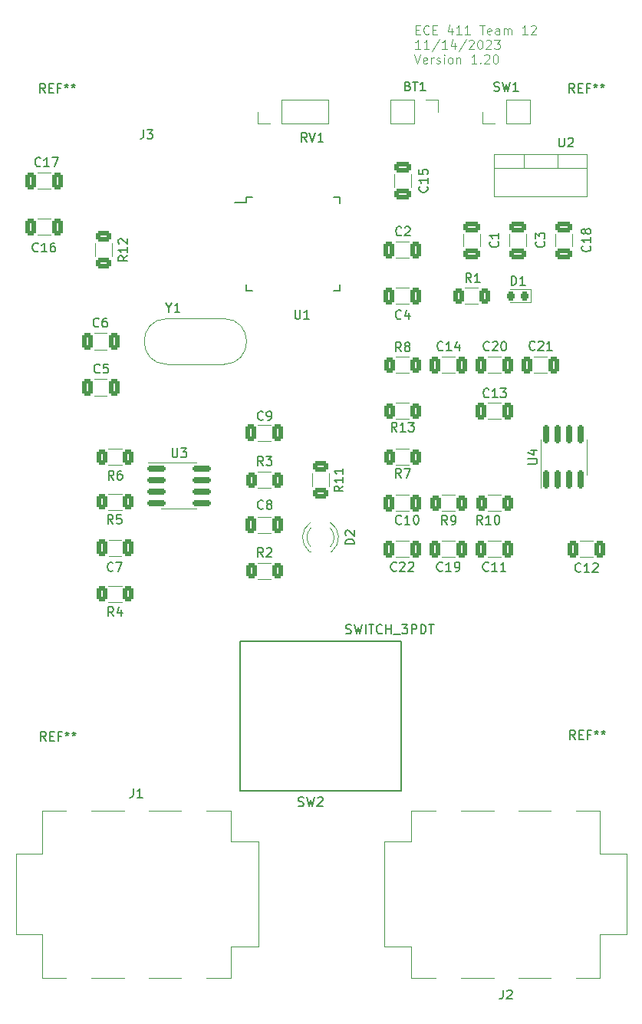
<source format=gbr>
%TF.GenerationSoftware,KiCad,Pcbnew,7.0.8*%
%TF.CreationDate,2023-11-14T18:13:18-08:00*%
%TF.ProjectId,guitar_pedal,67756974-6172-45f7-9065-64616c2e6b69,rev?*%
%TF.SameCoordinates,Original*%
%TF.FileFunction,Legend,Top*%
%TF.FilePolarity,Positive*%
%FSLAX46Y46*%
G04 Gerber Fmt 4.6, Leading zero omitted, Abs format (unit mm)*
G04 Created by KiCad (PCBNEW 7.0.8) date 2023-11-14 18:13:18*
%MOMM*%
%LPD*%
G01*
G04 APERTURE LIST*
G04 Aperture macros list*
%AMRoundRect*
0 Rectangle with rounded corners*
0 $1 Rounding radius*
0 $2 $3 $4 $5 $6 $7 $8 $9 X,Y pos of 4 corners*
0 Add a 4 corners polygon primitive as box body*
4,1,4,$2,$3,$4,$5,$6,$7,$8,$9,$2,$3,0*
0 Add four circle primitives for the rounded corners*
1,1,$1+$1,$2,$3*
1,1,$1+$1,$4,$5*
1,1,$1+$1,$6,$7*
1,1,$1+$1,$8,$9*
0 Add four rect primitives between the rounded corners*
20,1,$1+$1,$2,$3,$4,$5,0*
20,1,$1+$1,$4,$5,$6,$7,0*
20,1,$1+$1,$6,$7,$8,$9,0*
20,1,$1+$1,$8,$9,$2,$3,0*%
G04 Aperture macros list end*
%ADD10C,0.100000*%
%ADD11C,0.150000*%
%ADD12C,0.203200*%
%ADD13C,0.120000*%
%ADD14R,3.302000X3.302000*%
%ADD15RoundRect,0.250000X0.312500X0.625000X-0.312500X0.625000X-0.312500X-0.625000X0.312500X-0.625000X0*%
%ADD16RoundRect,0.250000X0.325000X0.650000X-0.325000X0.650000X-0.325000X-0.650000X0.325000X-0.650000X0*%
%ADD17RoundRect,0.250000X-0.325000X-0.650000X0.325000X-0.650000X0.325000X0.650000X-0.325000X0.650000X0*%
%ADD18RoundRect,0.250000X-0.650000X0.325000X-0.650000X-0.325000X0.650000X-0.325000X0.650000X0.325000X0*%
%ADD19RoundRect,0.250000X-0.625000X0.312500X-0.625000X-0.312500X0.625000X-0.312500X0.625000X0.312500X0*%
%ADD20R,1.905000X2.000000*%
%ADD21O,1.905000X2.000000*%
%ADD22R,1.800000X1.800000*%
%ADD23C,1.800000*%
%ADD24C,3.000000*%
%ADD25RoundRect,0.250000X-0.312500X-0.625000X0.312500X-0.625000X0.312500X0.625000X-0.312500X0.625000X0*%
%ADD26C,1.500000*%
%ADD27RoundRect,0.218750X0.218750X0.256250X-0.218750X0.256250X-0.218750X-0.256250X0.218750X-0.256250X0*%
%ADD28O,1.600000X1.600000*%
%ADD29R,1.600000X1.600000*%
%ADD30RoundRect,0.250000X0.625000X-0.312500X0.625000X0.312500X-0.625000X0.312500X-0.625000X-0.312500X0*%
%ADD31RoundRect,0.250000X0.650000X-0.325000X0.650000X0.325000X-0.650000X0.325000X-0.650000X-0.325000X0*%
%ADD32R,1.700000X1.700000*%
%ADD33O,1.700000X1.700000*%
%ADD34C,3.500000*%
%ADD35RoundRect,0.150000X-0.825000X-0.150000X0.825000X-0.150000X0.825000X0.150000X-0.825000X0.150000X0*%
%ADD36R,2.290000X3.000000*%
%ADD37RoundRect,0.150000X0.150000X-0.825000X0.150000X0.825000X-0.150000X0.825000X-0.150000X-0.825000X0*%
%ADD38R,3.000000X2.290000*%
%ADD39R,1.500000X0.550000*%
%ADD40R,0.550000X1.500000*%
G04 APERTURE END LIST*
D10*
X169087328Y-41736791D02*
X169420661Y-41736791D01*
X169563518Y-42260601D02*
X169087328Y-42260601D01*
X169087328Y-42260601D02*
X169087328Y-41260601D01*
X169087328Y-41260601D02*
X169563518Y-41260601D01*
X170563518Y-42165362D02*
X170515899Y-42212982D01*
X170515899Y-42212982D02*
X170373042Y-42260601D01*
X170373042Y-42260601D02*
X170277804Y-42260601D01*
X170277804Y-42260601D02*
X170134947Y-42212982D01*
X170134947Y-42212982D02*
X170039709Y-42117743D01*
X170039709Y-42117743D02*
X169992090Y-42022505D01*
X169992090Y-42022505D02*
X169944471Y-41832029D01*
X169944471Y-41832029D02*
X169944471Y-41689172D01*
X169944471Y-41689172D02*
X169992090Y-41498696D01*
X169992090Y-41498696D02*
X170039709Y-41403458D01*
X170039709Y-41403458D02*
X170134947Y-41308220D01*
X170134947Y-41308220D02*
X170277804Y-41260601D01*
X170277804Y-41260601D02*
X170373042Y-41260601D01*
X170373042Y-41260601D02*
X170515899Y-41308220D01*
X170515899Y-41308220D02*
X170563518Y-41355839D01*
X170992090Y-41736791D02*
X171325423Y-41736791D01*
X171468280Y-42260601D02*
X170992090Y-42260601D01*
X170992090Y-42260601D02*
X170992090Y-41260601D01*
X170992090Y-41260601D02*
X171468280Y-41260601D01*
X173087328Y-41593934D02*
X173087328Y-42260601D01*
X172849233Y-41212982D02*
X172611138Y-41927267D01*
X172611138Y-41927267D02*
X173230185Y-41927267D01*
X174134947Y-42260601D02*
X173563519Y-42260601D01*
X173849233Y-42260601D02*
X173849233Y-41260601D01*
X173849233Y-41260601D02*
X173753995Y-41403458D01*
X173753995Y-41403458D02*
X173658757Y-41498696D01*
X173658757Y-41498696D02*
X173563519Y-41546315D01*
X175087328Y-42260601D02*
X174515900Y-42260601D01*
X174801614Y-42260601D02*
X174801614Y-41260601D01*
X174801614Y-41260601D02*
X174706376Y-41403458D01*
X174706376Y-41403458D02*
X174611138Y-41498696D01*
X174611138Y-41498696D02*
X174515900Y-41546315D01*
X176134948Y-41260601D02*
X176706376Y-41260601D01*
X176420662Y-42260601D02*
X176420662Y-41260601D01*
X177420662Y-42212982D02*
X177325424Y-42260601D01*
X177325424Y-42260601D02*
X177134948Y-42260601D01*
X177134948Y-42260601D02*
X177039710Y-42212982D01*
X177039710Y-42212982D02*
X176992091Y-42117743D01*
X176992091Y-42117743D02*
X176992091Y-41736791D01*
X176992091Y-41736791D02*
X177039710Y-41641553D01*
X177039710Y-41641553D02*
X177134948Y-41593934D01*
X177134948Y-41593934D02*
X177325424Y-41593934D01*
X177325424Y-41593934D02*
X177420662Y-41641553D01*
X177420662Y-41641553D02*
X177468281Y-41736791D01*
X177468281Y-41736791D02*
X177468281Y-41832029D01*
X177468281Y-41832029D02*
X176992091Y-41927267D01*
X178325424Y-42260601D02*
X178325424Y-41736791D01*
X178325424Y-41736791D02*
X178277805Y-41641553D01*
X178277805Y-41641553D02*
X178182567Y-41593934D01*
X178182567Y-41593934D02*
X177992091Y-41593934D01*
X177992091Y-41593934D02*
X177896853Y-41641553D01*
X178325424Y-42212982D02*
X178230186Y-42260601D01*
X178230186Y-42260601D02*
X177992091Y-42260601D01*
X177992091Y-42260601D02*
X177896853Y-42212982D01*
X177896853Y-42212982D02*
X177849234Y-42117743D01*
X177849234Y-42117743D02*
X177849234Y-42022505D01*
X177849234Y-42022505D02*
X177896853Y-41927267D01*
X177896853Y-41927267D02*
X177992091Y-41879648D01*
X177992091Y-41879648D02*
X178230186Y-41879648D01*
X178230186Y-41879648D02*
X178325424Y-41832029D01*
X178801615Y-42260601D02*
X178801615Y-41593934D01*
X178801615Y-41689172D02*
X178849234Y-41641553D01*
X178849234Y-41641553D02*
X178944472Y-41593934D01*
X178944472Y-41593934D02*
X179087329Y-41593934D01*
X179087329Y-41593934D02*
X179182567Y-41641553D01*
X179182567Y-41641553D02*
X179230186Y-41736791D01*
X179230186Y-41736791D02*
X179230186Y-42260601D01*
X179230186Y-41736791D02*
X179277805Y-41641553D01*
X179277805Y-41641553D02*
X179373043Y-41593934D01*
X179373043Y-41593934D02*
X179515900Y-41593934D01*
X179515900Y-41593934D02*
X179611139Y-41641553D01*
X179611139Y-41641553D02*
X179658758Y-41736791D01*
X179658758Y-41736791D02*
X179658758Y-42260601D01*
X181420662Y-42260601D02*
X180849234Y-42260601D01*
X181134948Y-42260601D02*
X181134948Y-41260601D01*
X181134948Y-41260601D02*
X181039710Y-41403458D01*
X181039710Y-41403458D02*
X180944472Y-41498696D01*
X180944472Y-41498696D02*
X180849234Y-41546315D01*
X181801615Y-41355839D02*
X181849234Y-41308220D01*
X181849234Y-41308220D02*
X181944472Y-41260601D01*
X181944472Y-41260601D02*
X182182567Y-41260601D01*
X182182567Y-41260601D02*
X182277805Y-41308220D01*
X182277805Y-41308220D02*
X182325424Y-41355839D01*
X182325424Y-41355839D02*
X182373043Y-41451077D01*
X182373043Y-41451077D02*
X182373043Y-41546315D01*
X182373043Y-41546315D02*
X182325424Y-41689172D01*
X182325424Y-41689172D02*
X181753996Y-42260601D01*
X181753996Y-42260601D02*
X182373043Y-42260601D01*
X169611137Y-43870601D02*
X169039709Y-43870601D01*
X169325423Y-43870601D02*
X169325423Y-42870601D01*
X169325423Y-42870601D02*
X169230185Y-43013458D01*
X169230185Y-43013458D02*
X169134947Y-43108696D01*
X169134947Y-43108696D02*
X169039709Y-43156315D01*
X170563518Y-43870601D02*
X169992090Y-43870601D01*
X170277804Y-43870601D02*
X170277804Y-42870601D01*
X170277804Y-42870601D02*
X170182566Y-43013458D01*
X170182566Y-43013458D02*
X170087328Y-43108696D01*
X170087328Y-43108696D02*
X169992090Y-43156315D01*
X171706375Y-42822982D02*
X170849233Y-44108696D01*
X172563518Y-43870601D02*
X171992090Y-43870601D01*
X172277804Y-43870601D02*
X172277804Y-42870601D01*
X172277804Y-42870601D02*
X172182566Y-43013458D01*
X172182566Y-43013458D02*
X172087328Y-43108696D01*
X172087328Y-43108696D02*
X171992090Y-43156315D01*
X173420661Y-43203934D02*
X173420661Y-43870601D01*
X173182566Y-42822982D02*
X172944471Y-43537267D01*
X172944471Y-43537267D02*
X173563518Y-43537267D01*
X174658756Y-42822982D02*
X173801614Y-44108696D01*
X174944471Y-42965839D02*
X174992090Y-42918220D01*
X174992090Y-42918220D02*
X175087328Y-42870601D01*
X175087328Y-42870601D02*
X175325423Y-42870601D01*
X175325423Y-42870601D02*
X175420661Y-42918220D01*
X175420661Y-42918220D02*
X175468280Y-42965839D01*
X175468280Y-42965839D02*
X175515899Y-43061077D01*
X175515899Y-43061077D02*
X175515899Y-43156315D01*
X175515899Y-43156315D02*
X175468280Y-43299172D01*
X175468280Y-43299172D02*
X174896852Y-43870601D01*
X174896852Y-43870601D02*
X175515899Y-43870601D01*
X176134947Y-42870601D02*
X176230185Y-42870601D01*
X176230185Y-42870601D02*
X176325423Y-42918220D01*
X176325423Y-42918220D02*
X176373042Y-42965839D01*
X176373042Y-42965839D02*
X176420661Y-43061077D01*
X176420661Y-43061077D02*
X176468280Y-43251553D01*
X176468280Y-43251553D02*
X176468280Y-43489648D01*
X176468280Y-43489648D02*
X176420661Y-43680124D01*
X176420661Y-43680124D02*
X176373042Y-43775362D01*
X176373042Y-43775362D02*
X176325423Y-43822982D01*
X176325423Y-43822982D02*
X176230185Y-43870601D01*
X176230185Y-43870601D02*
X176134947Y-43870601D01*
X176134947Y-43870601D02*
X176039709Y-43822982D01*
X176039709Y-43822982D02*
X175992090Y-43775362D01*
X175992090Y-43775362D02*
X175944471Y-43680124D01*
X175944471Y-43680124D02*
X175896852Y-43489648D01*
X175896852Y-43489648D02*
X175896852Y-43251553D01*
X175896852Y-43251553D02*
X175944471Y-43061077D01*
X175944471Y-43061077D02*
X175992090Y-42965839D01*
X175992090Y-42965839D02*
X176039709Y-42918220D01*
X176039709Y-42918220D02*
X176134947Y-42870601D01*
X176849233Y-42965839D02*
X176896852Y-42918220D01*
X176896852Y-42918220D02*
X176992090Y-42870601D01*
X176992090Y-42870601D02*
X177230185Y-42870601D01*
X177230185Y-42870601D02*
X177325423Y-42918220D01*
X177325423Y-42918220D02*
X177373042Y-42965839D01*
X177373042Y-42965839D02*
X177420661Y-43061077D01*
X177420661Y-43061077D02*
X177420661Y-43156315D01*
X177420661Y-43156315D02*
X177373042Y-43299172D01*
X177373042Y-43299172D02*
X176801614Y-43870601D01*
X176801614Y-43870601D02*
X177420661Y-43870601D01*
X177753995Y-42870601D02*
X178373042Y-42870601D01*
X178373042Y-42870601D02*
X178039709Y-43251553D01*
X178039709Y-43251553D02*
X178182566Y-43251553D01*
X178182566Y-43251553D02*
X178277804Y-43299172D01*
X178277804Y-43299172D02*
X178325423Y-43346791D01*
X178325423Y-43346791D02*
X178373042Y-43442029D01*
X178373042Y-43442029D02*
X178373042Y-43680124D01*
X178373042Y-43680124D02*
X178325423Y-43775362D01*
X178325423Y-43775362D02*
X178277804Y-43822982D01*
X178277804Y-43822982D02*
X178182566Y-43870601D01*
X178182566Y-43870601D02*
X177896852Y-43870601D01*
X177896852Y-43870601D02*
X177801614Y-43822982D01*
X177801614Y-43822982D02*
X177753995Y-43775362D01*
X168944471Y-44480601D02*
X169277804Y-45480601D01*
X169277804Y-45480601D02*
X169611137Y-44480601D01*
X170325423Y-45432982D02*
X170230185Y-45480601D01*
X170230185Y-45480601D02*
X170039709Y-45480601D01*
X170039709Y-45480601D02*
X169944471Y-45432982D01*
X169944471Y-45432982D02*
X169896852Y-45337743D01*
X169896852Y-45337743D02*
X169896852Y-44956791D01*
X169896852Y-44956791D02*
X169944471Y-44861553D01*
X169944471Y-44861553D02*
X170039709Y-44813934D01*
X170039709Y-44813934D02*
X170230185Y-44813934D01*
X170230185Y-44813934D02*
X170325423Y-44861553D01*
X170325423Y-44861553D02*
X170373042Y-44956791D01*
X170373042Y-44956791D02*
X170373042Y-45052029D01*
X170373042Y-45052029D02*
X169896852Y-45147267D01*
X170801614Y-45480601D02*
X170801614Y-44813934D01*
X170801614Y-45004410D02*
X170849233Y-44909172D01*
X170849233Y-44909172D02*
X170896852Y-44861553D01*
X170896852Y-44861553D02*
X170992090Y-44813934D01*
X170992090Y-44813934D02*
X171087328Y-44813934D01*
X171373043Y-45432982D02*
X171468281Y-45480601D01*
X171468281Y-45480601D02*
X171658757Y-45480601D01*
X171658757Y-45480601D02*
X171753995Y-45432982D01*
X171753995Y-45432982D02*
X171801614Y-45337743D01*
X171801614Y-45337743D02*
X171801614Y-45290124D01*
X171801614Y-45290124D02*
X171753995Y-45194886D01*
X171753995Y-45194886D02*
X171658757Y-45147267D01*
X171658757Y-45147267D02*
X171515900Y-45147267D01*
X171515900Y-45147267D02*
X171420662Y-45099648D01*
X171420662Y-45099648D02*
X171373043Y-45004410D01*
X171373043Y-45004410D02*
X171373043Y-44956791D01*
X171373043Y-44956791D02*
X171420662Y-44861553D01*
X171420662Y-44861553D02*
X171515900Y-44813934D01*
X171515900Y-44813934D02*
X171658757Y-44813934D01*
X171658757Y-44813934D02*
X171753995Y-44861553D01*
X172230186Y-45480601D02*
X172230186Y-44813934D01*
X172230186Y-44480601D02*
X172182567Y-44528220D01*
X172182567Y-44528220D02*
X172230186Y-44575839D01*
X172230186Y-44575839D02*
X172277805Y-44528220D01*
X172277805Y-44528220D02*
X172230186Y-44480601D01*
X172230186Y-44480601D02*
X172230186Y-44575839D01*
X172849233Y-45480601D02*
X172753995Y-45432982D01*
X172753995Y-45432982D02*
X172706376Y-45385362D01*
X172706376Y-45385362D02*
X172658757Y-45290124D01*
X172658757Y-45290124D02*
X172658757Y-45004410D01*
X172658757Y-45004410D02*
X172706376Y-44909172D01*
X172706376Y-44909172D02*
X172753995Y-44861553D01*
X172753995Y-44861553D02*
X172849233Y-44813934D01*
X172849233Y-44813934D02*
X172992090Y-44813934D01*
X172992090Y-44813934D02*
X173087328Y-44861553D01*
X173087328Y-44861553D02*
X173134947Y-44909172D01*
X173134947Y-44909172D02*
X173182566Y-45004410D01*
X173182566Y-45004410D02*
X173182566Y-45290124D01*
X173182566Y-45290124D02*
X173134947Y-45385362D01*
X173134947Y-45385362D02*
X173087328Y-45432982D01*
X173087328Y-45432982D02*
X172992090Y-45480601D01*
X172992090Y-45480601D02*
X172849233Y-45480601D01*
X173611138Y-44813934D02*
X173611138Y-45480601D01*
X173611138Y-44909172D02*
X173658757Y-44861553D01*
X173658757Y-44861553D02*
X173753995Y-44813934D01*
X173753995Y-44813934D02*
X173896852Y-44813934D01*
X173896852Y-44813934D02*
X173992090Y-44861553D01*
X173992090Y-44861553D02*
X174039709Y-44956791D01*
X174039709Y-44956791D02*
X174039709Y-45480601D01*
X175801614Y-45480601D02*
X175230186Y-45480601D01*
X175515900Y-45480601D02*
X175515900Y-44480601D01*
X175515900Y-44480601D02*
X175420662Y-44623458D01*
X175420662Y-44623458D02*
X175325424Y-44718696D01*
X175325424Y-44718696D02*
X175230186Y-44766315D01*
X176230186Y-45385362D02*
X176277805Y-45432982D01*
X176277805Y-45432982D02*
X176230186Y-45480601D01*
X176230186Y-45480601D02*
X176182567Y-45432982D01*
X176182567Y-45432982D02*
X176230186Y-45385362D01*
X176230186Y-45385362D02*
X176230186Y-45480601D01*
X176658757Y-44575839D02*
X176706376Y-44528220D01*
X176706376Y-44528220D02*
X176801614Y-44480601D01*
X176801614Y-44480601D02*
X177039709Y-44480601D01*
X177039709Y-44480601D02*
X177134947Y-44528220D01*
X177134947Y-44528220D02*
X177182566Y-44575839D01*
X177182566Y-44575839D02*
X177230185Y-44671077D01*
X177230185Y-44671077D02*
X177230185Y-44766315D01*
X177230185Y-44766315D02*
X177182566Y-44909172D01*
X177182566Y-44909172D02*
X176611138Y-45480601D01*
X176611138Y-45480601D02*
X177230185Y-45480601D01*
X177849233Y-44480601D02*
X177944471Y-44480601D01*
X177944471Y-44480601D02*
X178039709Y-44528220D01*
X178039709Y-44528220D02*
X178087328Y-44575839D01*
X178087328Y-44575839D02*
X178134947Y-44671077D01*
X178134947Y-44671077D02*
X178182566Y-44861553D01*
X178182566Y-44861553D02*
X178182566Y-45099648D01*
X178182566Y-45099648D02*
X178134947Y-45290124D01*
X178134947Y-45290124D02*
X178087328Y-45385362D01*
X178087328Y-45385362D02*
X178039709Y-45432982D01*
X178039709Y-45432982D02*
X177944471Y-45480601D01*
X177944471Y-45480601D02*
X177849233Y-45480601D01*
X177849233Y-45480601D02*
X177753995Y-45432982D01*
X177753995Y-45432982D02*
X177706376Y-45385362D01*
X177706376Y-45385362D02*
X177658757Y-45290124D01*
X177658757Y-45290124D02*
X177611138Y-45099648D01*
X177611138Y-45099648D02*
X177611138Y-44861553D01*
X177611138Y-44861553D02*
X177658757Y-44671077D01*
X177658757Y-44671077D02*
X177706376Y-44575839D01*
X177706376Y-44575839D02*
X177753995Y-44528220D01*
X177753995Y-44528220D02*
X177849233Y-44480601D01*
D11*
X135682074Y-96293694D02*
X135348741Y-95817503D01*
X135110646Y-96293694D02*
X135110646Y-95293694D01*
X135110646Y-95293694D02*
X135491598Y-95293694D01*
X135491598Y-95293694D02*
X135586836Y-95341313D01*
X135586836Y-95341313D02*
X135634455Y-95388932D01*
X135634455Y-95388932D02*
X135682074Y-95484170D01*
X135682074Y-95484170D02*
X135682074Y-95627027D01*
X135682074Y-95627027D02*
X135634455Y-95722265D01*
X135634455Y-95722265D02*
X135586836Y-95769884D01*
X135586836Y-95769884D02*
X135491598Y-95817503D01*
X135491598Y-95817503D02*
X135110646Y-95817503D01*
X136586836Y-95293694D02*
X136110646Y-95293694D01*
X136110646Y-95293694D02*
X136063027Y-95769884D01*
X136063027Y-95769884D02*
X136110646Y-95722265D01*
X136110646Y-95722265D02*
X136205884Y-95674646D01*
X136205884Y-95674646D02*
X136443979Y-95674646D01*
X136443979Y-95674646D02*
X136539217Y-95722265D01*
X136539217Y-95722265D02*
X136586836Y-95769884D01*
X136586836Y-95769884D02*
X136634455Y-95865122D01*
X136634455Y-95865122D02*
X136634455Y-96103217D01*
X136634455Y-96103217D02*
X136586836Y-96198455D01*
X136586836Y-96198455D02*
X136539217Y-96246075D01*
X136539217Y-96246075D02*
X136443979Y-96293694D01*
X136443979Y-96293694D02*
X136205884Y-96293694D01*
X136205884Y-96293694D02*
X136110646Y-96246075D01*
X136110646Y-96246075D02*
X136063027Y-96198455D01*
X134217227Y-79559840D02*
X134169608Y-79607460D01*
X134169608Y-79607460D02*
X134026751Y-79655079D01*
X134026751Y-79655079D02*
X133931513Y-79655079D01*
X133931513Y-79655079D02*
X133788656Y-79607460D01*
X133788656Y-79607460D02*
X133693418Y-79512221D01*
X133693418Y-79512221D02*
X133645799Y-79416983D01*
X133645799Y-79416983D02*
X133598180Y-79226507D01*
X133598180Y-79226507D02*
X133598180Y-79083650D01*
X133598180Y-79083650D02*
X133645799Y-78893174D01*
X133645799Y-78893174D02*
X133693418Y-78797936D01*
X133693418Y-78797936D02*
X133788656Y-78702698D01*
X133788656Y-78702698D02*
X133931513Y-78655079D01*
X133931513Y-78655079D02*
X134026751Y-78655079D01*
X134026751Y-78655079D02*
X134169608Y-78702698D01*
X134169608Y-78702698D02*
X134217227Y-78750317D01*
X135121989Y-78655079D02*
X134645799Y-78655079D01*
X134645799Y-78655079D02*
X134598180Y-79131269D01*
X134598180Y-79131269D02*
X134645799Y-79083650D01*
X134645799Y-79083650D02*
X134741037Y-79036031D01*
X134741037Y-79036031D02*
X134979132Y-79036031D01*
X134979132Y-79036031D02*
X135074370Y-79083650D01*
X135074370Y-79083650D02*
X135121989Y-79131269D01*
X135121989Y-79131269D02*
X135169608Y-79226507D01*
X135169608Y-79226507D02*
X135169608Y-79464602D01*
X135169608Y-79464602D02*
X135121989Y-79559840D01*
X135121989Y-79559840D02*
X135074370Y-79607460D01*
X135074370Y-79607460D02*
X134979132Y-79655079D01*
X134979132Y-79655079D02*
X134741037Y-79655079D01*
X134741037Y-79655079D02*
X134645799Y-79607460D01*
X134645799Y-79607460D02*
X134598180Y-79559840D01*
X135682074Y-101442300D02*
X135634455Y-101489920D01*
X135634455Y-101489920D02*
X135491598Y-101537539D01*
X135491598Y-101537539D02*
X135396360Y-101537539D01*
X135396360Y-101537539D02*
X135253503Y-101489920D01*
X135253503Y-101489920D02*
X135158265Y-101394681D01*
X135158265Y-101394681D02*
X135110646Y-101299443D01*
X135110646Y-101299443D02*
X135063027Y-101108967D01*
X135063027Y-101108967D02*
X135063027Y-100966110D01*
X135063027Y-100966110D02*
X135110646Y-100775634D01*
X135110646Y-100775634D02*
X135158265Y-100680396D01*
X135158265Y-100680396D02*
X135253503Y-100585158D01*
X135253503Y-100585158D02*
X135396360Y-100537539D01*
X135396360Y-100537539D02*
X135491598Y-100537539D01*
X135491598Y-100537539D02*
X135634455Y-100585158D01*
X135634455Y-100585158D02*
X135682074Y-100632777D01*
X136015408Y-100537539D02*
X136682074Y-100537539D01*
X136682074Y-100537539D02*
X136253503Y-101537539D01*
X183239580Y-65141666D02*
X183287200Y-65189285D01*
X183287200Y-65189285D02*
X183334819Y-65332142D01*
X183334819Y-65332142D02*
X183334819Y-65427380D01*
X183334819Y-65427380D02*
X183287200Y-65570237D01*
X183287200Y-65570237D02*
X183191961Y-65665475D01*
X183191961Y-65665475D02*
X183096723Y-65713094D01*
X183096723Y-65713094D02*
X182906247Y-65760713D01*
X182906247Y-65760713D02*
X182763390Y-65760713D01*
X182763390Y-65760713D02*
X182572914Y-65713094D01*
X182572914Y-65713094D02*
X182477676Y-65665475D01*
X182477676Y-65665475D02*
X182382438Y-65570237D01*
X182382438Y-65570237D02*
X182334819Y-65427380D01*
X182334819Y-65427380D02*
X182334819Y-65332142D01*
X182334819Y-65332142D02*
X182382438Y-65189285D01*
X182382438Y-65189285D02*
X182430057Y-65141666D01*
X182334819Y-64808332D02*
X182334819Y-64189285D01*
X182334819Y-64189285D02*
X182715771Y-64522618D01*
X182715771Y-64522618D02*
X182715771Y-64379761D01*
X182715771Y-64379761D02*
X182763390Y-64284523D01*
X182763390Y-64284523D02*
X182811009Y-64236904D01*
X182811009Y-64236904D02*
X182906247Y-64189285D01*
X182906247Y-64189285D02*
X183144342Y-64189285D01*
X183144342Y-64189285D02*
X183239580Y-64236904D01*
X183239580Y-64236904D02*
X183287200Y-64284523D01*
X183287200Y-64284523D02*
X183334819Y-64379761D01*
X183334819Y-64379761D02*
X183334819Y-64665475D01*
X183334819Y-64665475D02*
X183287200Y-64760713D01*
X183287200Y-64760713D02*
X183239580Y-64808332D01*
X161085508Y-92108879D02*
X160609317Y-92442212D01*
X161085508Y-92680307D02*
X160085508Y-92680307D01*
X160085508Y-92680307D02*
X160085508Y-92299355D01*
X160085508Y-92299355D02*
X160133127Y-92204117D01*
X160133127Y-92204117D02*
X160180746Y-92156498D01*
X160180746Y-92156498D02*
X160275984Y-92108879D01*
X160275984Y-92108879D02*
X160418841Y-92108879D01*
X160418841Y-92108879D02*
X160514079Y-92156498D01*
X160514079Y-92156498D02*
X160561698Y-92204117D01*
X160561698Y-92204117D02*
X160609317Y-92299355D01*
X160609317Y-92299355D02*
X160609317Y-92680307D01*
X161085508Y-91156498D02*
X161085508Y-91727926D01*
X161085508Y-91442212D02*
X160085508Y-91442212D01*
X160085508Y-91442212D02*
X160228365Y-91537450D01*
X160228365Y-91537450D02*
X160323603Y-91632688D01*
X160323603Y-91632688D02*
X160371222Y-91727926D01*
X161085508Y-90204117D02*
X161085508Y-90775545D01*
X161085508Y-90489831D02*
X160085508Y-90489831D01*
X160085508Y-90489831D02*
X160228365Y-90585069D01*
X160228365Y-90585069D02*
X160323603Y-90680307D01*
X160323603Y-90680307D02*
X160371222Y-90775545D01*
X152246862Y-89839521D02*
X151913529Y-89363330D01*
X151675434Y-89839521D02*
X151675434Y-88839521D01*
X151675434Y-88839521D02*
X152056386Y-88839521D01*
X152056386Y-88839521D02*
X152151624Y-88887140D01*
X152151624Y-88887140D02*
X152199243Y-88934759D01*
X152199243Y-88934759D02*
X152246862Y-89029997D01*
X152246862Y-89029997D02*
X152246862Y-89172854D01*
X152246862Y-89172854D02*
X152199243Y-89268092D01*
X152199243Y-89268092D02*
X152151624Y-89315711D01*
X152151624Y-89315711D02*
X152056386Y-89363330D01*
X152056386Y-89363330D02*
X151675434Y-89363330D01*
X152580196Y-88839521D02*
X153199243Y-88839521D01*
X153199243Y-88839521D02*
X152865910Y-89220473D01*
X152865910Y-89220473D02*
X153008767Y-89220473D01*
X153008767Y-89220473D02*
X153104005Y-89268092D01*
X153104005Y-89268092D02*
X153151624Y-89315711D01*
X153151624Y-89315711D02*
X153199243Y-89410949D01*
X153199243Y-89410949D02*
X153199243Y-89649044D01*
X153199243Y-89649044D02*
X153151624Y-89744282D01*
X153151624Y-89744282D02*
X153104005Y-89791902D01*
X153104005Y-89791902D02*
X153008767Y-89839521D01*
X153008767Y-89839521D02*
X152723053Y-89839521D01*
X152723053Y-89839521D02*
X152627815Y-89791902D01*
X152627815Y-89791902D02*
X152580196Y-89744282D01*
X184904610Y-53677076D02*
X184904610Y-54486599D01*
X184904610Y-54486599D02*
X184952229Y-54581837D01*
X184952229Y-54581837D02*
X184999848Y-54629457D01*
X184999848Y-54629457D02*
X185095086Y-54677076D01*
X185095086Y-54677076D02*
X185285562Y-54677076D01*
X185285562Y-54677076D02*
X185380800Y-54629457D01*
X185380800Y-54629457D02*
X185428419Y-54581837D01*
X185428419Y-54581837D02*
X185476038Y-54486599D01*
X185476038Y-54486599D02*
X185476038Y-53677076D01*
X185904610Y-53772314D02*
X185952229Y-53724695D01*
X185952229Y-53724695D02*
X186047467Y-53677076D01*
X186047467Y-53677076D02*
X186285562Y-53677076D01*
X186285562Y-53677076D02*
X186380800Y-53724695D01*
X186380800Y-53724695D02*
X186428419Y-53772314D01*
X186428419Y-53772314D02*
X186476038Y-53867552D01*
X186476038Y-53867552D02*
X186476038Y-53962790D01*
X186476038Y-53962790D02*
X186428419Y-54105647D01*
X186428419Y-54105647D02*
X185856991Y-54677076D01*
X185856991Y-54677076D02*
X186476038Y-54677076D01*
X162301863Y-98529166D02*
X161301863Y-98529166D01*
X161301863Y-98529166D02*
X161301863Y-98291071D01*
X161301863Y-98291071D02*
X161349482Y-98148214D01*
X161349482Y-98148214D02*
X161444720Y-98052976D01*
X161444720Y-98052976D02*
X161539958Y-98005357D01*
X161539958Y-98005357D02*
X161730434Y-97957738D01*
X161730434Y-97957738D02*
X161873291Y-97957738D01*
X161873291Y-97957738D02*
X162063767Y-98005357D01*
X162063767Y-98005357D02*
X162159005Y-98052976D01*
X162159005Y-98052976D02*
X162254244Y-98148214D01*
X162254244Y-98148214D02*
X162301863Y-98291071D01*
X162301863Y-98291071D02*
X162301863Y-98529166D01*
X161397101Y-97576785D02*
X161349482Y-97529166D01*
X161349482Y-97529166D02*
X161301863Y-97433928D01*
X161301863Y-97433928D02*
X161301863Y-97195833D01*
X161301863Y-97195833D02*
X161349482Y-97100595D01*
X161349482Y-97100595D02*
X161397101Y-97052976D01*
X161397101Y-97052976D02*
X161492339Y-97005357D01*
X161492339Y-97005357D02*
X161587577Y-97005357D01*
X161587577Y-97005357D02*
X161730434Y-97052976D01*
X161730434Y-97052976D02*
X162301863Y-97624404D01*
X162301863Y-97624404D02*
X162301863Y-97005357D01*
X167484857Y-77263648D02*
X167151524Y-76787457D01*
X166913429Y-77263648D02*
X166913429Y-76263648D01*
X166913429Y-76263648D02*
X167294381Y-76263648D01*
X167294381Y-76263648D02*
X167389619Y-76311267D01*
X167389619Y-76311267D02*
X167437238Y-76358886D01*
X167437238Y-76358886D02*
X167484857Y-76454124D01*
X167484857Y-76454124D02*
X167484857Y-76596981D01*
X167484857Y-76596981D02*
X167437238Y-76692219D01*
X167437238Y-76692219D02*
X167389619Y-76739838D01*
X167389619Y-76739838D02*
X167294381Y-76787457D01*
X167294381Y-76787457D02*
X166913429Y-76787457D01*
X168056286Y-76692219D02*
X167961048Y-76644600D01*
X167961048Y-76644600D02*
X167913429Y-76596981D01*
X167913429Y-76596981D02*
X167865810Y-76501743D01*
X167865810Y-76501743D02*
X167865810Y-76454124D01*
X167865810Y-76454124D02*
X167913429Y-76358886D01*
X167913429Y-76358886D02*
X167961048Y-76311267D01*
X167961048Y-76311267D02*
X168056286Y-76263648D01*
X168056286Y-76263648D02*
X168246762Y-76263648D01*
X168246762Y-76263648D02*
X168342000Y-76311267D01*
X168342000Y-76311267D02*
X168389619Y-76358886D01*
X168389619Y-76358886D02*
X168437238Y-76454124D01*
X168437238Y-76454124D02*
X168437238Y-76501743D01*
X168437238Y-76501743D02*
X168389619Y-76596981D01*
X168389619Y-76596981D02*
X168342000Y-76644600D01*
X168342000Y-76644600D02*
X168246762Y-76692219D01*
X168246762Y-76692219D02*
X168056286Y-76692219D01*
X168056286Y-76692219D02*
X167961048Y-76739838D01*
X167961048Y-76739838D02*
X167913429Y-76787457D01*
X167913429Y-76787457D02*
X167865810Y-76882695D01*
X167865810Y-76882695D02*
X167865810Y-77073171D01*
X167865810Y-77073171D02*
X167913429Y-77168409D01*
X167913429Y-77168409D02*
X167961048Y-77216029D01*
X167961048Y-77216029D02*
X168056286Y-77263648D01*
X168056286Y-77263648D02*
X168246762Y-77263648D01*
X168246762Y-77263648D02*
X168342000Y-77216029D01*
X168342000Y-77216029D02*
X168389619Y-77168409D01*
X168389619Y-77168409D02*
X168437238Y-77073171D01*
X168437238Y-77073171D02*
X168437238Y-76882695D01*
X168437238Y-76882695D02*
X168389619Y-76787457D01*
X168389619Y-76787457D02*
X168342000Y-76739838D01*
X168342000Y-76739838D02*
X168246762Y-76692219D01*
X178736666Y-147729819D02*
X178736666Y-148444104D01*
X178736666Y-148444104D02*
X178689047Y-148586961D01*
X178689047Y-148586961D02*
X178593809Y-148682200D01*
X178593809Y-148682200D02*
X178450952Y-148729819D01*
X178450952Y-148729819D02*
X178355714Y-148729819D01*
X179165238Y-147825057D02*
X179212857Y-147777438D01*
X179212857Y-147777438D02*
X179308095Y-147729819D01*
X179308095Y-147729819D02*
X179546190Y-147729819D01*
X179546190Y-147729819D02*
X179641428Y-147777438D01*
X179641428Y-147777438D02*
X179689047Y-147825057D01*
X179689047Y-147825057D02*
X179736666Y-147920295D01*
X179736666Y-147920295D02*
X179736666Y-148015533D01*
X179736666Y-148015533D02*
X179689047Y-148158390D01*
X179689047Y-148158390D02*
X179117619Y-148729819D01*
X179117619Y-148729819D02*
X179736666Y-148729819D01*
X167497878Y-96248010D02*
X167450259Y-96295630D01*
X167450259Y-96295630D02*
X167307402Y-96343249D01*
X167307402Y-96343249D02*
X167212164Y-96343249D01*
X167212164Y-96343249D02*
X167069307Y-96295630D01*
X167069307Y-96295630D02*
X166974069Y-96200391D01*
X166974069Y-96200391D02*
X166926450Y-96105153D01*
X166926450Y-96105153D02*
X166878831Y-95914677D01*
X166878831Y-95914677D02*
X166878831Y-95771820D01*
X166878831Y-95771820D02*
X166926450Y-95581344D01*
X166926450Y-95581344D02*
X166974069Y-95486106D01*
X166974069Y-95486106D02*
X167069307Y-95390868D01*
X167069307Y-95390868D02*
X167212164Y-95343249D01*
X167212164Y-95343249D02*
X167307402Y-95343249D01*
X167307402Y-95343249D02*
X167450259Y-95390868D01*
X167450259Y-95390868D02*
X167497878Y-95438487D01*
X168450259Y-96343249D02*
X167878831Y-96343249D01*
X168164545Y-96343249D02*
X168164545Y-95343249D01*
X168164545Y-95343249D02*
X168069307Y-95486106D01*
X168069307Y-95486106D02*
X167974069Y-95581344D01*
X167974069Y-95581344D02*
X167878831Y-95628963D01*
X169069307Y-95343249D02*
X169164545Y-95343249D01*
X169164545Y-95343249D02*
X169259783Y-95390868D01*
X169259783Y-95390868D02*
X169307402Y-95438487D01*
X169307402Y-95438487D02*
X169355021Y-95533725D01*
X169355021Y-95533725D02*
X169402640Y-95724201D01*
X169402640Y-95724201D02*
X169402640Y-95962296D01*
X169402640Y-95962296D02*
X169355021Y-96152772D01*
X169355021Y-96152772D02*
X169307402Y-96248010D01*
X169307402Y-96248010D02*
X169259783Y-96295630D01*
X169259783Y-96295630D02*
X169164545Y-96343249D01*
X169164545Y-96343249D02*
X169069307Y-96343249D01*
X169069307Y-96343249D02*
X168974069Y-96295630D01*
X168974069Y-96295630D02*
X168926450Y-96248010D01*
X168926450Y-96248010D02*
X168878831Y-96152772D01*
X168878831Y-96152772D02*
X168831212Y-95962296D01*
X168831212Y-95962296D02*
X168831212Y-95724201D01*
X168831212Y-95724201D02*
X168878831Y-95533725D01*
X168878831Y-95533725D02*
X168926450Y-95438487D01*
X168926450Y-95438487D02*
X168974069Y-95390868D01*
X168974069Y-95390868D02*
X169069307Y-95343249D01*
X178159580Y-65141666D02*
X178207200Y-65189285D01*
X178207200Y-65189285D02*
X178254819Y-65332142D01*
X178254819Y-65332142D02*
X178254819Y-65427380D01*
X178254819Y-65427380D02*
X178207200Y-65570237D01*
X178207200Y-65570237D02*
X178111961Y-65665475D01*
X178111961Y-65665475D02*
X178016723Y-65713094D01*
X178016723Y-65713094D02*
X177826247Y-65760713D01*
X177826247Y-65760713D02*
X177683390Y-65760713D01*
X177683390Y-65760713D02*
X177492914Y-65713094D01*
X177492914Y-65713094D02*
X177397676Y-65665475D01*
X177397676Y-65665475D02*
X177302438Y-65570237D01*
X177302438Y-65570237D02*
X177254819Y-65427380D01*
X177254819Y-65427380D02*
X177254819Y-65332142D01*
X177254819Y-65332142D02*
X177302438Y-65189285D01*
X177302438Y-65189285D02*
X177350057Y-65141666D01*
X178254819Y-64189285D02*
X178254819Y-64760713D01*
X178254819Y-64474999D02*
X177254819Y-64474999D01*
X177254819Y-64474999D02*
X177397676Y-64570237D01*
X177397676Y-64570237D02*
X177492914Y-64665475D01*
X177492914Y-64665475D02*
X177540533Y-64760713D01*
X127413669Y-66180842D02*
X127366050Y-66228462D01*
X127366050Y-66228462D02*
X127223193Y-66276081D01*
X127223193Y-66276081D02*
X127127955Y-66276081D01*
X127127955Y-66276081D02*
X126985098Y-66228462D01*
X126985098Y-66228462D02*
X126889860Y-66133223D01*
X126889860Y-66133223D02*
X126842241Y-66037985D01*
X126842241Y-66037985D02*
X126794622Y-65847509D01*
X126794622Y-65847509D02*
X126794622Y-65704652D01*
X126794622Y-65704652D02*
X126842241Y-65514176D01*
X126842241Y-65514176D02*
X126889860Y-65418938D01*
X126889860Y-65418938D02*
X126985098Y-65323700D01*
X126985098Y-65323700D02*
X127127955Y-65276081D01*
X127127955Y-65276081D02*
X127223193Y-65276081D01*
X127223193Y-65276081D02*
X127366050Y-65323700D01*
X127366050Y-65323700D02*
X127413669Y-65371319D01*
X128366050Y-66276081D02*
X127794622Y-66276081D01*
X128080336Y-66276081D02*
X128080336Y-65276081D01*
X128080336Y-65276081D02*
X127985098Y-65418938D01*
X127985098Y-65418938D02*
X127889860Y-65514176D01*
X127889860Y-65514176D02*
X127794622Y-65561795D01*
X129223193Y-65276081D02*
X129032717Y-65276081D01*
X129032717Y-65276081D02*
X128937479Y-65323700D01*
X128937479Y-65323700D02*
X128889860Y-65371319D01*
X128889860Y-65371319D02*
X128794622Y-65514176D01*
X128794622Y-65514176D02*
X128747003Y-65704652D01*
X128747003Y-65704652D02*
X128747003Y-66085604D01*
X128747003Y-66085604D02*
X128794622Y-66180842D01*
X128794622Y-66180842D02*
X128842241Y-66228462D01*
X128842241Y-66228462D02*
X128937479Y-66276081D01*
X128937479Y-66276081D02*
X129127955Y-66276081D01*
X129127955Y-66276081D02*
X129223193Y-66228462D01*
X129223193Y-66228462D02*
X129270812Y-66180842D01*
X129270812Y-66180842D02*
X129318431Y-66085604D01*
X129318431Y-66085604D02*
X129318431Y-65847509D01*
X129318431Y-65847509D02*
X129270812Y-65752271D01*
X129270812Y-65752271D02*
X129223193Y-65704652D01*
X129223193Y-65704652D02*
X129127955Y-65657033D01*
X129127955Y-65657033D02*
X128937479Y-65657033D01*
X128937479Y-65657033D02*
X128842241Y-65704652D01*
X128842241Y-65704652D02*
X128794622Y-65752271D01*
X128794622Y-65752271D02*
X128747003Y-65847509D01*
X167473333Y-91174819D02*
X167140000Y-90698628D01*
X166901905Y-91174819D02*
X166901905Y-90174819D01*
X166901905Y-90174819D02*
X167282857Y-90174819D01*
X167282857Y-90174819D02*
X167378095Y-90222438D01*
X167378095Y-90222438D02*
X167425714Y-90270057D01*
X167425714Y-90270057D02*
X167473333Y-90365295D01*
X167473333Y-90365295D02*
X167473333Y-90508152D01*
X167473333Y-90508152D02*
X167425714Y-90603390D01*
X167425714Y-90603390D02*
X167378095Y-90651009D01*
X167378095Y-90651009D02*
X167282857Y-90698628D01*
X167282857Y-90698628D02*
X166901905Y-90698628D01*
X167806667Y-90174819D02*
X168473333Y-90174819D01*
X168473333Y-90174819D02*
X168044762Y-91174819D01*
X152246862Y-99921759D02*
X151913529Y-99445568D01*
X151675434Y-99921759D02*
X151675434Y-98921759D01*
X151675434Y-98921759D02*
X152056386Y-98921759D01*
X152056386Y-98921759D02*
X152151624Y-98969378D01*
X152151624Y-98969378D02*
X152199243Y-99016997D01*
X152199243Y-99016997D02*
X152246862Y-99112235D01*
X152246862Y-99112235D02*
X152246862Y-99255092D01*
X152246862Y-99255092D02*
X152199243Y-99350330D01*
X152199243Y-99350330D02*
X152151624Y-99397949D01*
X152151624Y-99397949D02*
X152056386Y-99445568D01*
X152056386Y-99445568D02*
X151675434Y-99445568D01*
X152627815Y-99016997D02*
X152675434Y-98969378D01*
X152675434Y-98969378D02*
X152770672Y-98921759D01*
X152770672Y-98921759D02*
X153008767Y-98921759D01*
X153008767Y-98921759D02*
X153104005Y-98969378D01*
X153104005Y-98969378D02*
X153151624Y-99016997D01*
X153151624Y-99016997D02*
X153199243Y-99112235D01*
X153199243Y-99112235D02*
X153199243Y-99207473D01*
X153199243Y-99207473D02*
X153151624Y-99350330D01*
X153151624Y-99350330D02*
X152580196Y-99921759D01*
X152580196Y-99921759D02*
X153199243Y-99921759D01*
X141854561Y-72421356D02*
X141854561Y-72897547D01*
X141521228Y-71897547D02*
X141854561Y-72421356D01*
X141854561Y-72421356D02*
X142187894Y-71897547D01*
X143045037Y-72897547D02*
X142473609Y-72897547D01*
X142759323Y-72897547D02*
X142759323Y-71897547D01*
X142759323Y-71897547D02*
X142664085Y-72040404D01*
X142664085Y-72040404D02*
X142568847Y-72135642D01*
X142568847Y-72135642D02*
X142473609Y-72183261D01*
X179641617Y-69935479D02*
X179641617Y-68935479D01*
X179641617Y-68935479D02*
X179879712Y-68935479D01*
X179879712Y-68935479D02*
X180022569Y-68983098D01*
X180022569Y-68983098D02*
X180117807Y-69078336D01*
X180117807Y-69078336D02*
X180165426Y-69173574D01*
X180165426Y-69173574D02*
X180213045Y-69364050D01*
X180213045Y-69364050D02*
X180213045Y-69506907D01*
X180213045Y-69506907D02*
X180165426Y-69697383D01*
X180165426Y-69697383D02*
X180117807Y-69792621D01*
X180117807Y-69792621D02*
X180022569Y-69887860D01*
X180022569Y-69887860D02*
X179879712Y-69935479D01*
X179879712Y-69935479D02*
X179641617Y-69935479D01*
X181165426Y-69935479D02*
X180593998Y-69935479D01*
X180879712Y-69935479D02*
X180879712Y-68935479D01*
X180879712Y-68935479D02*
X180784474Y-69078336D01*
X180784474Y-69078336D02*
X180689236Y-69173574D01*
X180689236Y-69173574D02*
X180593998Y-69221193D01*
X172090331Y-77072302D02*
X172042712Y-77119922D01*
X172042712Y-77119922D02*
X171899855Y-77167541D01*
X171899855Y-77167541D02*
X171804617Y-77167541D01*
X171804617Y-77167541D02*
X171661760Y-77119922D01*
X171661760Y-77119922D02*
X171566522Y-77024683D01*
X171566522Y-77024683D02*
X171518903Y-76929445D01*
X171518903Y-76929445D02*
X171471284Y-76738969D01*
X171471284Y-76738969D02*
X171471284Y-76596112D01*
X171471284Y-76596112D02*
X171518903Y-76405636D01*
X171518903Y-76405636D02*
X171566522Y-76310398D01*
X171566522Y-76310398D02*
X171661760Y-76215160D01*
X171661760Y-76215160D02*
X171804617Y-76167541D01*
X171804617Y-76167541D02*
X171899855Y-76167541D01*
X171899855Y-76167541D02*
X172042712Y-76215160D01*
X172042712Y-76215160D02*
X172090331Y-76262779D01*
X173042712Y-77167541D02*
X172471284Y-77167541D01*
X172756998Y-77167541D02*
X172756998Y-76167541D01*
X172756998Y-76167541D02*
X172661760Y-76310398D01*
X172661760Y-76310398D02*
X172566522Y-76405636D01*
X172566522Y-76405636D02*
X172471284Y-76453255D01*
X173899855Y-76500874D02*
X173899855Y-77167541D01*
X173661760Y-76119922D02*
X173423665Y-76834207D01*
X173423665Y-76834207D02*
X174042712Y-76834207D01*
X139046666Y-52794819D02*
X139046666Y-53509104D01*
X139046666Y-53509104D02*
X138999047Y-53651961D01*
X138999047Y-53651961D02*
X138903809Y-53747200D01*
X138903809Y-53747200D02*
X138760952Y-53794819D01*
X138760952Y-53794819D02*
X138665714Y-53794819D01*
X139427619Y-52794819D02*
X140046666Y-52794819D01*
X140046666Y-52794819D02*
X139713333Y-53175771D01*
X139713333Y-53175771D02*
X139856190Y-53175771D01*
X139856190Y-53175771D02*
X139951428Y-53223390D01*
X139951428Y-53223390D02*
X139999047Y-53271009D01*
X139999047Y-53271009D02*
X140046666Y-53366247D01*
X140046666Y-53366247D02*
X140046666Y-53604342D01*
X140046666Y-53604342D02*
X139999047Y-53699580D01*
X139999047Y-53699580D02*
X139951428Y-53747200D01*
X139951428Y-53747200D02*
X139856190Y-53794819D01*
X139856190Y-53794819D02*
X139570476Y-53794819D01*
X139570476Y-53794819D02*
X139475238Y-53747200D01*
X139475238Y-53747200D02*
X139427619Y-53699580D01*
X135736134Y-106475043D02*
X135402801Y-105998852D01*
X135164706Y-106475043D02*
X135164706Y-105475043D01*
X135164706Y-105475043D02*
X135545658Y-105475043D01*
X135545658Y-105475043D02*
X135640896Y-105522662D01*
X135640896Y-105522662D02*
X135688515Y-105570281D01*
X135688515Y-105570281D02*
X135736134Y-105665519D01*
X135736134Y-105665519D02*
X135736134Y-105808376D01*
X135736134Y-105808376D02*
X135688515Y-105903614D01*
X135688515Y-105903614D02*
X135640896Y-105951233D01*
X135640896Y-105951233D02*
X135545658Y-105998852D01*
X135545658Y-105998852D02*
X135164706Y-105998852D01*
X136593277Y-105808376D02*
X136593277Y-106475043D01*
X136355182Y-105427424D02*
X136117087Y-106141709D01*
X136117087Y-106141709D02*
X136736134Y-106141709D01*
X137269108Y-66698380D02*
X136792917Y-67031713D01*
X137269108Y-67269808D02*
X136269108Y-67269808D01*
X136269108Y-67269808D02*
X136269108Y-66888856D01*
X136269108Y-66888856D02*
X136316727Y-66793618D01*
X136316727Y-66793618D02*
X136364346Y-66745999D01*
X136364346Y-66745999D02*
X136459584Y-66698380D01*
X136459584Y-66698380D02*
X136602441Y-66698380D01*
X136602441Y-66698380D02*
X136697679Y-66745999D01*
X136697679Y-66745999D02*
X136745298Y-66793618D01*
X136745298Y-66793618D02*
X136792917Y-66888856D01*
X136792917Y-66888856D02*
X136792917Y-67269808D01*
X137269108Y-65745999D02*
X137269108Y-66317427D01*
X137269108Y-66031713D02*
X136269108Y-66031713D01*
X136269108Y-66031713D02*
X136411965Y-66126951D01*
X136411965Y-66126951D02*
X136507203Y-66222189D01*
X136507203Y-66222189D02*
X136554822Y-66317427D01*
X136364346Y-65365046D02*
X136316727Y-65317427D01*
X136316727Y-65317427D02*
X136269108Y-65222189D01*
X136269108Y-65222189D02*
X136269108Y-64984094D01*
X136269108Y-64984094D02*
X136316727Y-64888856D01*
X136316727Y-64888856D02*
X136364346Y-64841237D01*
X136364346Y-64841237D02*
X136459584Y-64793618D01*
X136459584Y-64793618D02*
X136554822Y-64793618D01*
X136554822Y-64793618D02*
X136697679Y-64841237D01*
X136697679Y-64841237D02*
X137269108Y-65412665D01*
X137269108Y-65412665D02*
X137269108Y-64793618D01*
X177117276Y-101419775D02*
X177069657Y-101467395D01*
X177069657Y-101467395D02*
X176926800Y-101515014D01*
X176926800Y-101515014D02*
X176831562Y-101515014D01*
X176831562Y-101515014D02*
X176688705Y-101467395D01*
X176688705Y-101467395D02*
X176593467Y-101372156D01*
X176593467Y-101372156D02*
X176545848Y-101276918D01*
X176545848Y-101276918D02*
X176498229Y-101086442D01*
X176498229Y-101086442D02*
X176498229Y-100943585D01*
X176498229Y-100943585D02*
X176545848Y-100753109D01*
X176545848Y-100753109D02*
X176593467Y-100657871D01*
X176593467Y-100657871D02*
X176688705Y-100562633D01*
X176688705Y-100562633D02*
X176831562Y-100515014D01*
X176831562Y-100515014D02*
X176926800Y-100515014D01*
X176926800Y-100515014D02*
X177069657Y-100562633D01*
X177069657Y-100562633D02*
X177117276Y-100610252D01*
X178069657Y-101515014D02*
X177498229Y-101515014D01*
X177783943Y-101515014D02*
X177783943Y-100515014D01*
X177783943Y-100515014D02*
X177688705Y-100657871D01*
X177688705Y-100657871D02*
X177593467Y-100753109D01*
X177593467Y-100753109D02*
X177498229Y-100800728D01*
X179022038Y-101515014D02*
X178450610Y-101515014D01*
X178736324Y-101515014D02*
X178736324Y-100515014D01*
X178736324Y-100515014D02*
X178641086Y-100657871D01*
X178641086Y-100657871D02*
X178545848Y-100753109D01*
X178545848Y-100753109D02*
X178450610Y-100800728D01*
X170342156Y-59056947D02*
X170389776Y-59104566D01*
X170389776Y-59104566D02*
X170437395Y-59247423D01*
X170437395Y-59247423D02*
X170437395Y-59342661D01*
X170437395Y-59342661D02*
X170389776Y-59485518D01*
X170389776Y-59485518D02*
X170294537Y-59580756D01*
X170294537Y-59580756D02*
X170199299Y-59628375D01*
X170199299Y-59628375D02*
X170008823Y-59675994D01*
X170008823Y-59675994D02*
X169865966Y-59675994D01*
X169865966Y-59675994D02*
X169675490Y-59628375D01*
X169675490Y-59628375D02*
X169580252Y-59580756D01*
X169580252Y-59580756D02*
X169485014Y-59485518D01*
X169485014Y-59485518D02*
X169437395Y-59342661D01*
X169437395Y-59342661D02*
X169437395Y-59247423D01*
X169437395Y-59247423D02*
X169485014Y-59104566D01*
X169485014Y-59104566D02*
X169532633Y-59056947D01*
X170437395Y-58104566D02*
X170437395Y-58675994D01*
X170437395Y-58390280D02*
X169437395Y-58390280D01*
X169437395Y-58390280D02*
X169580252Y-58485518D01*
X169580252Y-58485518D02*
X169675490Y-58580756D01*
X169675490Y-58580756D02*
X169723109Y-58675994D01*
X169437395Y-57199804D02*
X169437395Y-57675994D01*
X169437395Y-57675994D02*
X169913585Y-57723613D01*
X169913585Y-57723613D02*
X169865966Y-57675994D01*
X169865966Y-57675994D02*
X169818347Y-57580756D01*
X169818347Y-57580756D02*
X169818347Y-57342661D01*
X169818347Y-57342661D02*
X169865966Y-57247423D01*
X169865966Y-57247423D02*
X169913585Y-57199804D01*
X169913585Y-57199804D02*
X170008823Y-57152185D01*
X170008823Y-57152185D02*
X170246918Y-57152185D01*
X170246918Y-57152185D02*
X170342156Y-57199804D01*
X170342156Y-57199804D02*
X170389776Y-57247423D01*
X170389776Y-57247423D02*
X170437395Y-57342661D01*
X170437395Y-57342661D02*
X170437395Y-57580756D01*
X170437395Y-57580756D02*
X170389776Y-57675994D01*
X170389776Y-57675994D02*
X170342156Y-57723613D01*
X157075048Y-54121532D02*
X156741715Y-53645341D01*
X156503620Y-54121532D02*
X156503620Y-53121532D01*
X156503620Y-53121532D02*
X156884572Y-53121532D01*
X156884572Y-53121532D02*
X156979810Y-53169151D01*
X156979810Y-53169151D02*
X157027429Y-53216770D01*
X157027429Y-53216770D02*
X157075048Y-53312008D01*
X157075048Y-53312008D02*
X157075048Y-53454865D01*
X157075048Y-53454865D02*
X157027429Y-53550103D01*
X157027429Y-53550103D02*
X156979810Y-53597722D01*
X156979810Y-53597722D02*
X156884572Y-53645341D01*
X156884572Y-53645341D02*
X156503620Y-53645341D01*
X157360763Y-53121532D02*
X157694096Y-54121532D01*
X157694096Y-54121532D02*
X158027429Y-53121532D01*
X158884572Y-54121532D02*
X158313144Y-54121532D01*
X158598858Y-54121532D02*
X158598858Y-53121532D01*
X158598858Y-53121532D02*
X158503620Y-53264389D01*
X158503620Y-53264389D02*
X158408382Y-53359627D01*
X158408382Y-53359627D02*
X158313144Y-53407246D01*
X127672707Y-56756336D02*
X127625088Y-56803956D01*
X127625088Y-56803956D02*
X127482231Y-56851575D01*
X127482231Y-56851575D02*
X127386993Y-56851575D01*
X127386993Y-56851575D02*
X127244136Y-56803956D01*
X127244136Y-56803956D02*
X127148898Y-56708717D01*
X127148898Y-56708717D02*
X127101279Y-56613479D01*
X127101279Y-56613479D02*
X127053660Y-56423003D01*
X127053660Y-56423003D02*
X127053660Y-56280146D01*
X127053660Y-56280146D02*
X127101279Y-56089670D01*
X127101279Y-56089670D02*
X127148898Y-55994432D01*
X127148898Y-55994432D02*
X127244136Y-55899194D01*
X127244136Y-55899194D02*
X127386993Y-55851575D01*
X127386993Y-55851575D02*
X127482231Y-55851575D01*
X127482231Y-55851575D02*
X127625088Y-55899194D01*
X127625088Y-55899194D02*
X127672707Y-55946813D01*
X128625088Y-56851575D02*
X128053660Y-56851575D01*
X128339374Y-56851575D02*
X128339374Y-55851575D01*
X128339374Y-55851575D02*
X128244136Y-55994432D01*
X128244136Y-55994432D02*
X128148898Y-56089670D01*
X128148898Y-56089670D02*
X128053660Y-56137289D01*
X128958422Y-55851575D02*
X129625088Y-55851575D01*
X129625088Y-55851575D02*
X129196517Y-56851575D01*
X177159648Y-82254411D02*
X177112029Y-82302031D01*
X177112029Y-82302031D02*
X176969172Y-82349650D01*
X176969172Y-82349650D02*
X176873934Y-82349650D01*
X176873934Y-82349650D02*
X176731077Y-82302031D01*
X176731077Y-82302031D02*
X176635839Y-82206792D01*
X176635839Y-82206792D02*
X176588220Y-82111554D01*
X176588220Y-82111554D02*
X176540601Y-81921078D01*
X176540601Y-81921078D02*
X176540601Y-81778221D01*
X176540601Y-81778221D02*
X176588220Y-81587745D01*
X176588220Y-81587745D02*
X176635839Y-81492507D01*
X176635839Y-81492507D02*
X176731077Y-81397269D01*
X176731077Y-81397269D02*
X176873934Y-81349650D01*
X176873934Y-81349650D02*
X176969172Y-81349650D01*
X176969172Y-81349650D02*
X177112029Y-81397269D01*
X177112029Y-81397269D02*
X177159648Y-81444888D01*
X178112029Y-82349650D02*
X177540601Y-82349650D01*
X177826315Y-82349650D02*
X177826315Y-81349650D01*
X177826315Y-81349650D02*
X177731077Y-81492507D01*
X177731077Y-81492507D02*
X177635839Y-81587745D01*
X177635839Y-81587745D02*
X177540601Y-81635364D01*
X178445363Y-81349650D02*
X179064410Y-81349650D01*
X179064410Y-81349650D02*
X178731077Y-81730602D01*
X178731077Y-81730602D02*
X178873934Y-81730602D01*
X178873934Y-81730602D02*
X178969172Y-81778221D01*
X178969172Y-81778221D02*
X179016791Y-81825840D01*
X179016791Y-81825840D02*
X179064410Y-81921078D01*
X179064410Y-81921078D02*
X179064410Y-82159173D01*
X179064410Y-82159173D02*
X179016791Y-82254411D01*
X179016791Y-82254411D02*
X178969172Y-82302031D01*
X178969172Y-82302031D02*
X178873934Y-82349650D01*
X178873934Y-82349650D02*
X178588220Y-82349650D01*
X178588220Y-82349650D02*
X178492982Y-82302031D01*
X178492982Y-82302031D02*
X178445363Y-82254411D01*
X186700839Y-120086237D02*
X186367506Y-119610046D01*
X186129411Y-120086237D02*
X186129411Y-119086237D01*
X186129411Y-119086237D02*
X186510363Y-119086237D01*
X186510363Y-119086237D02*
X186605601Y-119133856D01*
X186605601Y-119133856D02*
X186653220Y-119181475D01*
X186653220Y-119181475D02*
X186700839Y-119276713D01*
X186700839Y-119276713D02*
X186700839Y-119419570D01*
X186700839Y-119419570D02*
X186653220Y-119514808D01*
X186653220Y-119514808D02*
X186605601Y-119562427D01*
X186605601Y-119562427D02*
X186510363Y-119610046D01*
X186510363Y-119610046D02*
X186129411Y-119610046D01*
X187129411Y-119562427D02*
X187462744Y-119562427D01*
X187605601Y-120086237D02*
X187129411Y-120086237D01*
X187129411Y-120086237D02*
X187129411Y-119086237D01*
X187129411Y-119086237D02*
X187605601Y-119086237D01*
X188367506Y-119562427D02*
X188034173Y-119562427D01*
X188034173Y-120086237D02*
X188034173Y-119086237D01*
X188034173Y-119086237D02*
X188510363Y-119086237D01*
X189034173Y-119086237D02*
X189034173Y-119324332D01*
X188796078Y-119229094D02*
X189034173Y-119324332D01*
X189034173Y-119324332D02*
X189272268Y-119229094D01*
X188891316Y-119514808D02*
X189034173Y-119324332D01*
X189034173Y-119324332D02*
X189177030Y-119514808D01*
X189796078Y-119086237D02*
X189796078Y-119324332D01*
X189557983Y-119229094D02*
X189796078Y-119324332D01*
X189796078Y-119324332D02*
X190034173Y-119229094D01*
X189653221Y-119514808D02*
X189796078Y-119324332D01*
X189796078Y-119324332D02*
X189938935Y-119514808D01*
X142222790Y-87941498D02*
X142222790Y-88751021D01*
X142222790Y-88751021D02*
X142270409Y-88846259D01*
X142270409Y-88846259D02*
X142318028Y-88893879D01*
X142318028Y-88893879D02*
X142413266Y-88941498D01*
X142413266Y-88941498D02*
X142603742Y-88941498D01*
X142603742Y-88941498D02*
X142698980Y-88893879D01*
X142698980Y-88893879D02*
X142746599Y-88846259D01*
X142746599Y-88846259D02*
X142794218Y-88751021D01*
X142794218Y-88751021D02*
X142794218Y-87941498D01*
X143175171Y-87941498D02*
X143794218Y-87941498D01*
X143794218Y-87941498D02*
X143460885Y-88322450D01*
X143460885Y-88322450D02*
X143603742Y-88322450D01*
X143603742Y-88322450D02*
X143698980Y-88370069D01*
X143698980Y-88370069D02*
X143746599Y-88417688D01*
X143746599Y-88417688D02*
X143794218Y-88512926D01*
X143794218Y-88512926D02*
X143794218Y-88751021D01*
X143794218Y-88751021D02*
X143746599Y-88846259D01*
X143746599Y-88846259D02*
X143698980Y-88893879D01*
X143698980Y-88893879D02*
X143603742Y-88941498D01*
X143603742Y-88941498D02*
X143318028Y-88941498D01*
X143318028Y-88941498D02*
X143222790Y-88893879D01*
X143222790Y-88893879D02*
X143175171Y-88846259D01*
X187307784Y-101532422D02*
X187260165Y-101580042D01*
X187260165Y-101580042D02*
X187117308Y-101627661D01*
X187117308Y-101627661D02*
X187022070Y-101627661D01*
X187022070Y-101627661D02*
X186879213Y-101580042D01*
X186879213Y-101580042D02*
X186783975Y-101484803D01*
X186783975Y-101484803D02*
X186736356Y-101389565D01*
X186736356Y-101389565D02*
X186688737Y-101199089D01*
X186688737Y-101199089D02*
X186688737Y-101056232D01*
X186688737Y-101056232D02*
X186736356Y-100865756D01*
X186736356Y-100865756D02*
X186783975Y-100770518D01*
X186783975Y-100770518D02*
X186879213Y-100675280D01*
X186879213Y-100675280D02*
X187022070Y-100627661D01*
X187022070Y-100627661D02*
X187117308Y-100627661D01*
X187117308Y-100627661D02*
X187260165Y-100675280D01*
X187260165Y-100675280D02*
X187307784Y-100722899D01*
X188260165Y-101627661D02*
X187688737Y-101627661D01*
X187974451Y-101627661D02*
X187974451Y-100627661D01*
X187974451Y-100627661D02*
X187879213Y-100770518D01*
X187879213Y-100770518D02*
X187783975Y-100865756D01*
X187783975Y-100865756D02*
X187688737Y-100913375D01*
X188641118Y-100722899D02*
X188688737Y-100675280D01*
X188688737Y-100675280D02*
X188783975Y-100627661D01*
X188783975Y-100627661D02*
X189022070Y-100627661D01*
X189022070Y-100627661D02*
X189117308Y-100675280D01*
X189117308Y-100675280D02*
X189164927Y-100722899D01*
X189164927Y-100722899D02*
X189212546Y-100818137D01*
X189212546Y-100818137D02*
X189212546Y-100913375D01*
X189212546Y-100913375D02*
X189164927Y-101056232D01*
X189164927Y-101056232D02*
X188593499Y-101627661D01*
X188593499Y-101627661D02*
X189212546Y-101627661D01*
X152246862Y-94582675D02*
X152199243Y-94630295D01*
X152199243Y-94630295D02*
X152056386Y-94677914D01*
X152056386Y-94677914D02*
X151961148Y-94677914D01*
X151961148Y-94677914D02*
X151818291Y-94630295D01*
X151818291Y-94630295D02*
X151723053Y-94535056D01*
X151723053Y-94535056D02*
X151675434Y-94439818D01*
X151675434Y-94439818D02*
X151627815Y-94249342D01*
X151627815Y-94249342D02*
X151627815Y-94106485D01*
X151627815Y-94106485D02*
X151675434Y-93916009D01*
X151675434Y-93916009D02*
X151723053Y-93820771D01*
X151723053Y-93820771D02*
X151818291Y-93725533D01*
X151818291Y-93725533D02*
X151961148Y-93677914D01*
X151961148Y-93677914D02*
X152056386Y-93677914D01*
X152056386Y-93677914D02*
X152199243Y-93725533D01*
X152199243Y-93725533D02*
X152246862Y-93773152D01*
X152818291Y-94106485D02*
X152723053Y-94058866D01*
X152723053Y-94058866D02*
X152675434Y-94011247D01*
X152675434Y-94011247D02*
X152627815Y-93916009D01*
X152627815Y-93916009D02*
X152627815Y-93868390D01*
X152627815Y-93868390D02*
X152675434Y-93773152D01*
X152675434Y-93773152D02*
X152723053Y-93725533D01*
X152723053Y-93725533D02*
X152818291Y-93677914D01*
X152818291Y-93677914D02*
X153008767Y-93677914D01*
X153008767Y-93677914D02*
X153104005Y-93725533D01*
X153104005Y-93725533D02*
X153151624Y-93773152D01*
X153151624Y-93773152D02*
X153199243Y-93868390D01*
X153199243Y-93868390D02*
X153199243Y-93916009D01*
X153199243Y-93916009D02*
X153151624Y-94011247D01*
X153151624Y-94011247D02*
X153104005Y-94058866D01*
X153104005Y-94058866D02*
X153008767Y-94106485D01*
X153008767Y-94106485D02*
X152818291Y-94106485D01*
X152818291Y-94106485D02*
X152723053Y-94154104D01*
X152723053Y-94154104D02*
X152675434Y-94201723D01*
X152675434Y-94201723D02*
X152627815Y-94296961D01*
X152627815Y-94296961D02*
X152627815Y-94487437D01*
X152627815Y-94487437D02*
X152675434Y-94582675D01*
X152675434Y-94582675D02*
X152723053Y-94630295D01*
X152723053Y-94630295D02*
X152818291Y-94677914D01*
X152818291Y-94677914D02*
X153008767Y-94677914D01*
X153008767Y-94677914D02*
X153104005Y-94630295D01*
X153104005Y-94630295D02*
X153151624Y-94582675D01*
X153151624Y-94582675D02*
X153199243Y-94487437D01*
X153199243Y-94487437D02*
X153199243Y-94296961D01*
X153199243Y-94296961D02*
X153151624Y-94201723D01*
X153151624Y-94201723D02*
X153104005Y-94154104D01*
X153104005Y-94154104D02*
X153008767Y-94106485D01*
X167508884Y-64386160D02*
X167461265Y-64433780D01*
X167461265Y-64433780D02*
X167318408Y-64481399D01*
X167318408Y-64481399D02*
X167223170Y-64481399D01*
X167223170Y-64481399D02*
X167080313Y-64433780D01*
X167080313Y-64433780D02*
X166985075Y-64338541D01*
X166985075Y-64338541D02*
X166937456Y-64243303D01*
X166937456Y-64243303D02*
X166889837Y-64052827D01*
X166889837Y-64052827D02*
X166889837Y-63909970D01*
X166889837Y-63909970D02*
X166937456Y-63719494D01*
X166937456Y-63719494D02*
X166985075Y-63624256D01*
X166985075Y-63624256D02*
X167080313Y-63529018D01*
X167080313Y-63529018D02*
X167223170Y-63481399D01*
X167223170Y-63481399D02*
X167318408Y-63481399D01*
X167318408Y-63481399D02*
X167461265Y-63529018D01*
X167461265Y-63529018D02*
X167508884Y-63576637D01*
X167889837Y-63576637D02*
X167937456Y-63529018D01*
X167937456Y-63529018D02*
X168032694Y-63481399D01*
X168032694Y-63481399D02*
X168270789Y-63481399D01*
X168270789Y-63481399D02*
X168366027Y-63529018D01*
X168366027Y-63529018D02*
X168413646Y-63576637D01*
X168413646Y-63576637D02*
X168461265Y-63671875D01*
X168461265Y-63671875D02*
X168461265Y-63767113D01*
X168461265Y-63767113D02*
X168413646Y-63909970D01*
X168413646Y-63909970D02*
X167842218Y-64481399D01*
X167842218Y-64481399D02*
X168461265Y-64481399D01*
X181474819Y-89661904D02*
X182284342Y-89661904D01*
X182284342Y-89661904D02*
X182379580Y-89614285D01*
X182379580Y-89614285D02*
X182427200Y-89566666D01*
X182427200Y-89566666D02*
X182474819Y-89471428D01*
X182474819Y-89471428D02*
X182474819Y-89280952D01*
X182474819Y-89280952D02*
X182427200Y-89185714D01*
X182427200Y-89185714D02*
X182379580Y-89138095D01*
X182379580Y-89138095D02*
X182284342Y-89090476D01*
X182284342Y-89090476D02*
X181474819Y-89090476D01*
X181808152Y-88185714D02*
X182474819Y-88185714D01*
X181427200Y-88423809D02*
X182141485Y-88661904D01*
X182141485Y-88661904D02*
X182141485Y-88042857D01*
X166957276Y-101419775D02*
X166909657Y-101467395D01*
X166909657Y-101467395D02*
X166766800Y-101515014D01*
X166766800Y-101515014D02*
X166671562Y-101515014D01*
X166671562Y-101515014D02*
X166528705Y-101467395D01*
X166528705Y-101467395D02*
X166433467Y-101372156D01*
X166433467Y-101372156D02*
X166385848Y-101276918D01*
X166385848Y-101276918D02*
X166338229Y-101086442D01*
X166338229Y-101086442D02*
X166338229Y-100943585D01*
X166338229Y-100943585D02*
X166385848Y-100753109D01*
X166385848Y-100753109D02*
X166433467Y-100657871D01*
X166433467Y-100657871D02*
X166528705Y-100562633D01*
X166528705Y-100562633D02*
X166671562Y-100515014D01*
X166671562Y-100515014D02*
X166766800Y-100515014D01*
X166766800Y-100515014D02*
X166909657Y-100562633D01*
X166909657Y-100562633D02*
X166957276Y-100610252D01*
X167338229Y-100610252D02*
X167385848Y-100562633D01*
X167385848Y-100562633D02*
X167481086Y-100515014D01*
X167481086Y-100515014D02*
X167719181Y-100515014D01*
X167719181Y-100515014D02*
X167814419Y-100562633D01*
X167814419Y-100562633D02*
X167862038Y-100610252D01*
X167862038Y-100610252D02*
X167909657Y-100705490D01*
X167909657Y-100705490D02*
X167909657Y-100800728D01*
X167909657Y-100800728D02*
X167862038Y-100943585D01*
X167862038Y-100943585D02*
X167290610Y-101515014D01*
X167290610Y-101515014D02*
X167909657Y-101515014D01*
X168290610Y-100610252D02*
X168338229Y-100562633D01*
X168338229Y-100562633D02*
X168433467Y-100515014D01*
X168433467Y-100515014D02*
X168671562Y-100515014D01*
X168671562Y-100515014D02*
X168766800Y-100562633D01*
X168766800Y-100562633D02*
X168814419Y-100610252D01*
X168814419Y-100610252D02*
X168862038Y-100705490D01*
X168862038Y-100705490D02*
X168862038Y-100800728D01*
X168862038Y-100800728D02*
X168814419Y-100943585D01*
X168814419Y-100943585D02*
X168242991Y-101515014D01*
X168242991Y-101515014D02*
X168862038Y-101515014D01*
X168223776Y-47965529D02*
X168366633Y-48013148D01*
X168366633Y-48013148D02*
X168414252Y-48060767D01*
X168414252Y-48060767D02*
X168461871Y-48156005D01*
X168461871Y-48156005D02*
X168461871Y-48298862D01*
X168461871Y-48298862D02*
X168414252Y-48394100D01*
X168414252Y-48394100D02*
X168366633Y-48441720D01*
X168366633Y-48441720D02*
X168271395Y-48489339D01*
X168271395Y-48489339D02*
X167890443Y-48489339D01*
X167890443Y-48489339D02*
X167890443Y-47489339D01*
X167890443Y-47489339D02*
X168223776Y-47489339D01*
X168223776Y-47489339D02*
X168319014Y-47536958D01*
X168319014Y-47536958D02*
X168366633Y-47584577D01*
X168366633Y-47584577D02*
X168414252Y-47679815D01*
X168414252Y-47679815D02*
X168414252Y-47775053D01*
X168414252Y-47775053D02*
X168366633Y-47870291D01*
X168366633Y-47870291D02*
X168319014Y-47917910D01*
X168319014Y-47917910D02*
X168223776Y-47965529D01*
X168223776Y-47965529D02*
X167890443Y-47965529D01*
X168747586Y-47489339D02*
X169319014Y-47489339D01*
X169033300Y-48489339D02*
X169033300Y-47489339D01*
X170176157Y-48489339D02*
X169604729Y-48489339D01*
X169890443Y-48489339D02*
X169890443Y-47489339D01*
X169890443Y-47489339D02*
X169795205Y-47632196D01*
X169795205Y-47632196D02*
X169699967Y-47727434D01*
X169699967Y-47727434D02*
X169604729Y-47775053D01*
X152233333Y-84754580D02*
X152185714Y-84802200D01*
X152185714Y-84802200D02*
X152042857Y-84849819D01*
X152042857Y-84849819D02*
X151947619Y-84849819D01*
X151947619Y-84849819D02*
X151804762Y-84802200D01*
X151804762Y-84802200D02*
X151709524Y-84706961D01*
X151709524Y-84706961D02*
X151661905Y-84611723D01*
X151661905Y-84611723D02*
X151614286Y-84421247D01*
X151614286Y-84421247D02*
X151614286Y-84278390D01*
X151614286Y-84278390D02*
X151661905Y-84087914D01*
X151661905Y-84087914D02*
X151709524Y-83992676D01*
X151709524Y-83992676D02*
X151804762Y-83897438D01*
X151804762Y-83897438D02*
X151947619Y-83849819D01*
X151947619Y-83849819D02*
X152042857Y-83849819D01*
X152042857Y-83849819D02*
X152185714Y-83897438D01*
X152185714Y-83897438D02*
X152233333Y-83945057D01*
X152709524Y-84849819D02*
X152900000Y-84849819D01*
X152900000Y-84849819D02*
X152995238Y-84802200D01*
X152995238Y-84802200D02*
X153042857Y-84754580D01*
X153042857Y-84754580D02*
X153138095Y-84611723D01*
X153138095Y-84611723D02*
X153185714Y-84421247D01*
X153185714Y-84421247D02*
X153185714Y-84040295D01*
X153185714Y-84040295D02*
X153138095Y-83945057D01*
X153138095Y-83945057D02*
X153090476Y-83897438D01*
X153090476Y-83897438D02*
X152995238Y-83849819D01*
X152995238Y-83849819D02*
X152804762Y-83849819D01*
X152804762Y-83849819D02*
X152709524Y-83897438D01*
X152709524Y-83897438D02*
X152661905Y-83945057D01*
X152661905Y-83945057D02*
X152614286Y-84040295D01*
X152614286Y-84040295D02*
X152614286Y-84278390D01*
X152614286Y-84278390D02*
X152661905Y-84373628D01*
X152661905Y-84373628D02*
X152709524Y-84421247D01*
X152709524Y-84421247D02*
X152804762Y-84468866D01*
X152804762Y-84468866D02*
X152995238Y-84468866D01*
X152995238Y-84468866D02*
X153090476Y-84421247D01*
X153090476Y-84421247D02*
X153138095Y-84373628D01*
X153138095Y-84373628D02*
X153185714Y-84278390D01*
X135754154Y-91428270D02*
X135420821Y-90952079D01*
X135182726Y-91428270D02*
X135182726Y-90428270D01*
X135182726Y-90428270D02*
X135563678Y-90428270D01*
X135563678Y-90428270D02*
X135658916Y-90475889D01*
X135658916Y-90475889D02*
X135706535Y-90523508D01*
X135706535Y-90523508D02*
X135754154Y-90618746D01*
X135754154Y-90618746D02*
X135754154Y-90761603D01*
X135754154Y-90761603D02*
X135706535Y-90856841D01*
X135706535Y-90856841D02*
X135658916Y-90904460D01*
X135658916Y-90904460D02*
X135563678Y-90952079D01*
X135563678Y-90952079D02*
X135182726Y-90952079D01*
X136611297Y-90428270D02*
X136420821Y-90428270D01*
X136420821Y-90428270D02*
X136325583Y-90475889D01*
X136325583Y-90475889D02*
X136277964Y-90523508D01*
X136277964Y-90523508D02*
X136182726Y-90666365D01*
X136182726Y-90666365D02*
X136135107Y-90856841D01*
X136135107Y-90856841D02*
X136135107Y-91237793D01*
X136135107Y-91237793D02*
X136182726Y-91333031D01*
X136182726Y-91333031D02*
X136230345Y-91380651D01*
X136230345Y-91380651D02*
X136325583Y-91428270D01*
X136325583Y-91428270D02*
X136516059Y-91428270D01*
X136516059Y-91428270D02*
X136611297Y-91380651D01*
X136611297Y-91380651D02*
X136658916Y-91333031D01*
X136658916Y-91333031D02*
X136706535Y-91237793D01*
X136706535Y-91237793D02*
X136706535Y-90999698D01*
X136706535Y-90999698D02*
X136658916Y-90904460D01*
X136658916Y-90904460D02*
X136611297Y-90856841D01*
X136611297Y-90856841D02*
X136516059Y-90809222D01*
X136516059Y-90809222D02*
X136325583Y-90809222D01*
X136325583Y-90809222D02*
X136230345Y-90856841D01*
X136230345Y-90856841D02*
X136182726Y-90904460D01*
X136182726Y-90904460D02*
X136135107Y-90999698D01*
D12*
X156125333Y-127411073D02*
X156270476Y-127459453D01*
X156270476Y-127459453D02*
X156512381Y-127459453D01*
X156512381Y-127459453D02*
X156609143Y-127411073D01*
X156609143Y-127411073D02*
X156657524Y-127362692D01*
X156657524Y-127362692D02*
X156705905Y-127265930D01*
X156705905Y-127265930D02*
X156705905Y-127169168D01*
X156705905Y-127169168D02*
X156657524Y-127072406D01*
X156657524Y-127072406D02*
X156609143Y-127024025D01*
X156609143Y-127024025D02*
X156512381Y-126975644D01*
X156512381Y-126975644D02*
X156318857Y-126927263D01*
X156318857Y-126927263D02*
X156222095Y-126878882D01*
X156222095Y-126878882D02*
X156173714Y-126830501D01*
X156173714Y-126830501D02*
X156125333Y-126733739D01*
X156125333Y-126733739D02*
X156125333Y-126636977D01*
X156125333Y-126636977D02*
X156173714Y-126540215D01*
X156173714Y-126540215D02*
X156222095Y-126491834D01*
X156222095Y-126491834D02*
X156318857Y-126443453D01*
X156318857Y-126443453D02*
X156560762Y-126443453D01*
X156560762Y-126443453D02*
X156705905Y-126491834D01*
X157044571Y-126443453D02*
X157286476Y-127459453D01*
X157286476Y-127459453D02*
X157480000Y-126733739D01*
X157480000Y-126733739D02*
X157673524Y-127459453D01*
X157673524Y-127459453D02*
X157915429Y-126443453D01*
X158254095Y-126540215D02*
X158302476Y-126491834D01*
X158302476Y-126491834D02*
X158399238Y-126443453D01*
X158399238Y-126443453D02*
X158641143Y-126443453D01*
X158641143Y-126443453D02*
X158737905Y-126491834D01*
X158737905Y-126491834D02*
X158786286Y-126540215D01*
X158786286Y-126540215D02*
X158834667Y-126636977D01*
X158834667Y-126636977D02*
X158834667Y-126733739D01*
X158834667Y-126733739D02*
X158786286Y-126878882D01*
X158786286Y-126878882D02*
X158205714Y-127459453D01*
X158205714Y-127459453D02*
X158834667Y-127459453D01*
X161376095Y-108361073D02*
X161521238Y-108409453D01*
X161521238Y-108409453D02*
X161763143Y-108409453D01*
X161763143Y-108409453D02*
X161859905Y-108361073D01*
X161859905Y-108361073D02*
X161908286Y-108312692D01*
X161908286Y-108312692D02*
X161956667Y-108215930D01*
X161956667Y-108215930D02*
X161956667Y-108119168D01*
X161956667Y-108119168D02*
X161908286Y-108022406D01*
X161908286Y-108022406D02*
X161859905Y-107974025D01*
X161859905Y-107974025D02*
X161763143Y-107925644D01*
X161763143Y-107925644D02*
X161569619Y-107877263D01*
X161569619Y-107877263D02*
X161472857Y-107828882D01*
X161472857Y-107828882D02*
X161424476Y-107780501D01*
X161424476Y-107780501D02*
X161376095Y-107683739D01*
X161376095Y-107683739D02*
X161376095Y-107586977D01*
X161376095Y-107586977D02*
X161424476Y-107490215D01*
X161424476Y-107490215D02*
X161472857Y-107441834D01*
X161472857Y-107441834D02*
X161569619Y-107393453D01*
X161569619Y-107393453D02*
X161811524Y-107393453D01*
X161811524Y-107393453D02*
X161956667Y-107441834D01*
X162295333Y-107393453D02*
X162537238Y-108409453D01*
X162537238Y-108409453D02*
X162730762Y-107683739D01*
X162730762Y-107683739D02*
X162924286Y-108409453D01*
X162924286Y-108409453D02*
X163166191Y-107393453D01*
X163553238Y-108409453D02*
X163553238Y-107393453D01*
X163891905Y-107393453D02*
X164472477Y-107393453D01*
X164182191Y-108409453D02*
X164182191Y-107393453D01*
X165391715Y-108312692D02*
X165343334Y-108361073D01*
X165343334Y-108361073D02*
X165198191Y-108409453D01*
X165198191Y-108409453D02*
X165101429Y-108409453D01*
X165101429Y-108409453D02*
X164956286Y-108361073D01*
X164956286Y-108361073D02*
X164859524Y-108264311D01*
X164859524Y-108264311D02*
X164811143Y-108167549D01*
X164811143Y-108167549D02*
X164762762Y-107974025D01*
X164762762Y-107974025D02*
X164762762Y-107828882D01*
X164762762Y-107828882D02*
X164811143Y-107635358D01*
X164811143Y-107635358D02*
X164859524Y-107538596D01*
X164859524Y-107538596D02*
X164956286Y-107441834D01*
X164956286Y-107441834D02*
X165101429Y-107393453D01*
X165101429Y-107393453D02*
X165198191Y-107393453D01*
X165198191Y-107393453D02*
X165343334Y-107441834D01*
X165343334Y-107441834D02*
X165391715Y-107490215D01*
X165827143Y-108409453D02*
X165827143Y-107393453D01*
X165827143Y-107877263D02*
X166407715Y-107877263D01*
X166407715Y-108409453D02*
X166407715Y-107393453D01*
X166649620Y-108506215D02*
X167423715Y-108506215D01*
X167568857Y-107393453D02*
X168197810Y-107393453D01*
X168197810Y-107393453D02*
X167859143Y-107780501D01*
X167859143Y-107780501D02*
X168004286Y-107780501D01*
X168004286Y-107780501D02*
X168101048Y-107828882D01*
X168101048Y-107828882D02*
X168149429Y-107877263D01*
X168149429Y-107877263D02*
X168197810Y-107974025D01*
X168197810Y-107974025D02*
X168197810Y-108215930D01*
X168197810Y-108215930D02*
X168149429Y-108312692D01*
X168149429Y-108312692D02*
X168101048Y-108361073D01*
X168101048Y-108361073D02*
X168004286Y-108409453D01*
X168004286Y-108409453D02*
X167714000Y-108409453D01*
X167714000Y-108409453D02*
X167617238Y-108361073D01*
X167617238Y-108361073D02*
X167568857Y-108312692D01*
X168633238Y-108409453D02*
X168633238Y-107393453D01*
X168633238Y-107393453D02*
X169020286Y-107393453D01*
X169020286Y-107393453D02*
X169117048Y-107441834D01*
X169117048Y-107441834D02*
X169165429Y-107490215D01*
X169165429Y-107490215D02*
X169213810Y-107586977D01*
X169213810Y-107586977D02*
X169213810Y-107732120D01*
X169213810Y-107732120D02*
X169165429Y-107828882D01*
X169165429Y-107828882D02*
X169117048Y-107877263D01*
X169117048Y-107877263D02*
X169020286Y-107925644D01*
X169020286Y-107925644D02*
X168633238Y-107925644D01*
X169649238Y-108409453D02*
X169649238Y-107393453D01*
X169649238Y-107393453D02*
X169891143Y-107393453D01*
X169891143Y-107393453D02*
X170036286Y-107441834D01*
X170036286Y-107441834D02*
X170133048Y-107538596D01*
X170133048Y-107538596D02*
X170181429Y-107635358D01*
X170181429Y-107635358D02*
X170229810Y-107828882D01*
X170229810Y-107828882D02*
X170229810Y-107974025D01*
X170229810Y-107974025D02*
X170181429Y-108167549D01*
X170181429Y-108167549D02*
X170133048Y-108264311D01*
X170133048Y-108264311D02*
X170036286Y-108361073D01*
X170036286Y-108361073D02*
X169891143Y-108409453D01*
X169891143Y-108409453D02*
X169649238Y-108409453D01*
X170520095Y-107393453D02*
X171100667Y-107393453D01*
X170810381Y-108409453D02*
X170810381Y-107393453D01*
D11*
X134109107Y-74478176D02*
X134061488Y-74525796D01*
X134061488Y-74525796D02*
X133918631Y-74573415D01*
X133918631Y-74573415D02*
X133823393Y-74573415D01*
X133823393Y-74573415D02*
X133680536Y-74525796D01*
X133680536Y-74525796D02*
X133585298Y-74430557D01*
X133585298Y-74430557D02*
X133537679Y-74335319D01*
X133537679Y-74335319D02*
X133490060Y-74144843D01*
X133490060Y-74144843D02*
X133490060Y-74001986D01*
X133490060Y-74001986D02*
X133537679Y-73811510D01*
X133537679Y-73811510D02*
X133585298Y-73716272D01*
X133585298Y-73716272D02*
X133680536Y-73621034D01*
X133680536Y-73621034D02*
X133823393Y-73573415D01*
X133823393Y-73573415D02*
X133918631Y-73573415D01*
X133918631Y-73573415D02*
X134061488Y-73621034D01*
X134061488Y-73621034D02*
X134109107Y-73668653D01*
X134966250Y-73573415D02*
X134775774Y-73573415D01*
X134775774Y-73573415D02*
X134680536Y-73621034D01*
X134680536Y-73621034D02*
X134632917Y-73668653D01*
X134632917Y-73668653D02*
X134537679Y-73811510D01*
X134537679Y-73811510D02*
X134490060Y-74001986D01*
X134490060Y-74001986D02*
X134490060Y-74382938D01*
X134490060Y-74382938D02*
X134537679Y-74478176D01*
X134537679Y-74478176D02*
X134585298Y-74525796D01*
X134585298Y-74525796D02*
X134680536Y-74573415D01*
X134680536Y-74573415D02*
X134871012Y-74573415D01*
X134871012Y-74573415D02*
X134966250Y-74525796D01*
X134966250Y-74525796D02*
X135013869Y-74478176D01*
X135013869Y-74478176D02*
X135061488Y-74382938D01*
X135061488Y-74382938D02*
X135061488Y-74144843D01*
X135061488Y-74144843D02*
X135013869Y-74049605D01*
X135013869Y-74049605D02*
X134966250Y-74001986D01*
X134966250Y-74001986D02*
X134871012Y-73954367D01*
X134871012Y-73954367D02*
X134680536Y-73954367D01*
X134680536Y-73954367D02*
X134585298Y-74001986D01*
X134585298Y-74001986D02*
X134537679Y-74049605D01*
X134537679Y-74049605D02*
X134490060Y-74144843D01*
X186610763Y-48692065D02*
X186277430Y-48215874D01*
X186039335Y-48692065D02*
X186039335Y-47692065D01*
X186039335Y-47692065D02*
X186420287Y-47692065D01*
X186420287Y-47692065D02*
X186515525Y-47739684D01*
X186515525Y-47739684D02*
X186563144Y-47787303D01*
X186563144Y-47787303D02*
X186610763Y-47882541D01*
X186610763Y-47882541D02*
X186610763Y-48025398D01*
X186610763Y-48025398D02*
X186563144Y-48120636D01*
X186563144Y-48120636D02*
X186515525Y-48168255D01*
X186515525Y-48168255D02*
X186420287Y-48215874D01*
X186420287Y-48215874D02*
X186039335Y-48215874D01*
X187039335Y-48168255D02*
X187372668Y-48168255D01*
X187515525Y-48692065D02*
X187039335Y-48692065D01*
X187039335Y-48692065D02*
X187039335Y-47692065D01*
X187039335Y-47692065D02*
X187515525Y-47692065D01*
X188277430Y-48168255D02*
X187944097Y-48168255D01*
X187944097Y-48692065D02*
X187944097Y-47692065D01*
X187944097Y-47692065D02*
X188420287Y-47692065D01*
X188944097Y-47692065D02*
X188944097Y-47930160D01*
X188706002Y-47834922D02*
X188944097Y-47930160D01*
X188944097Y-47930160D02*
X189182192Y-47834922D01*
X188801240Y-48120636D02*
X188944097Y-47930160D01*
X188944097Y-47930160D02*
X189086954Y-48120636D01*
X189706002Y-47692065D02*
X189706002Y-47930160D01*
X189467907Y-47834922D02*
X189706002Y-47930160D01*
X189706002Y-47930160D02*
X189944097Y-47834922D01*
X189563145Y-48120636D02*
X189706002Y-47930160D01*
X189706002Y-47930160D02*
X189848859Y-48120636D01*
X128206666Y-48714819D02*
X127873333Y-48238628D01*
X127635238Y-48714819D02*
X127635238Y-47714819D01*
X127635238Y-47714819D02*
X128016190Y-47714819D01*
X128016190Y-47714819D02*
X128111428Y-47762438D01*
X128111428Y-47762438D02*
X128159047Y-47810057D01*
X128159047Y-47810057D02*
X128206666Y-47905295D01*
X128206666Y-47905295D02*
X128206666Y-48048152D01*
X128206666Y-48048152D02*
X128159047Y-48143390D01*
X128159047Y-48143390D02*
X128111428Y-48191009D01*
X128111428Y-48191009D02*
X128016190Y-48238628D01*
X128016190Y-48238628D02*
X127635238Y-48238628D01*
X128635238Y-48191009D02*
X128968571Y-48191009D01*
X129111428Y-48714819D02*
X128635238Y-48714819D01*
X128635238Y-48714819D02*
X128635238Y-47714819D01*
X128635238Y-47714819D02*
X129111428Y-47714819D01*
X129873333Y-48191009D02*
X129540000Y-48191009D01*
X129540000Y-48714819D02*
X129540000Y-47714819D01*
X129540000Y-47714819D02*
X130016190Y-47714819D01*
X130540000Y-47714819D02*
X130540000Y-47952914D01*
X130301905Y-47857676D02*
X130540000Y-47952914D01*
X130540000Y-47952914D02*
X130778095Y-47857676D01*
X130397143Y-48143390D02*
X130540000Y-47952914D01*
X130540000Y-47952914D02*
X130682857Y-48143390D01*
X131301905Y-47714819D02*
X131301905Y-47952914D01*
X131063810Y-47857676D02*
X131301905Y-47952914D01*
X131301905Y-47952914D02*
X131540000Y-47857676D01*
X131159048Y-48143390D02*
X131301905Y-47952914D01*
X131301905Y-47952914D02*
X131444762Y-48143390D01*
X176435841Y-96343249D02*
X176102508Y-95867058D01*
X175864413Y-96343249D02*
X175864413Y-95343249D01*
X175864413Y-95343249D02*
X176245365Y-95343249D01*
X176245365Y-95343249D02*
X176340603Y-95390868D01*
X176340603Y-95390868D02*
X176388222Y-95438487D01*
X176388222Y-95438487D02*
X176435841Y-95533725D01*
X176435841Y-95533725D02*
X176435841Y-95676582D01*
X176435841Y-95676582D02*
X176388222Y-95771820D01*
X176388222Y-95771820D02*
X176340603Y-95819439D01*
X176340603Y-95819439D02*
X176245365Y-95867058D01*
X176245365Y-95867058D02*
X175864413Y-95867058D01*
X177388222Y-96343249D02*
X176816794Y-96343249D01*
X177102508Y-96343249D02*
X177102508Y-95343249D01*
X177102508Y-95343249D02*
X177007270Y-95486106D01*
X177007270Y-95486106D02*
X176912032Y-95581344D01*
X176912032Y-95581344D02*
X176816794Y-95628963D01*
X178007270Y-95343249D02*
X178102508Y-95343249D01*
X178102508Y-95343249D02*
X178197746Y-95390868D01*
X178197746Y-95390868D02*
X178245365Y-95438487D01*
X178245365Y-95438487D02*
X178292984Y-95533725D01*
X178292984Y-95533725D02*
X178340603Y-95724201D01*
X178340603Y-95724201D02*
X178340603Y-95962296D01*
X178340603Y-95962296D02*
X178292984Y-96152772D01*
X178292984Y-96152772D02*
X178245365Y-96248010D01*
X178245365Y-96248010D02*
X178197746Y-96295630D01*
X178197746Y-96295630D02*
X178102508Y-96343249D01*
X178102508Y-96343249D02*
X178007270Y-96343249D01*
X178007270Y-96343249D02*
X177912032Y-96295630D01*
X177912032Y-96295630D02*
X177864413Y-96248010D01*
X177864413Y-96248010D02*
X177816794Y-96152772D01*
X177816794Y-96152772D02*
X177769175Y-95962296D01*
X177769175Y-95962296D02*
X177769175Y-95724201D01*
X177769175Y-95724201D02*
X177816794Y-95533725D01*
X177816794Y-95533725D02*
X177864413Y-95438487D01*
X177864413Y-95438487D02*
X177912032Y-95390868D01*
X177912032Y-95390868D02*
X178007270Y-95343249D01*
X177731367Y-48482265D02*
X177874224Y-48529884D01*
X177874224Y-48529884D02*
X178112319Y-48529884D01*
X178112319Y-48529884D02*
X178207557Y-48482265D01*
X178207557Y-48482265D02*
X178255176Y-48434645D01*
X178255176Y-48434645D02*
X178302795Y-48339407D01*
X178302795Y-48339407D02*
X178302795Y-48244169D01*
X178302795Y-48244169D02*
X178255176Y-48148931D01*
X178255176Y-48148931D02*
X178207557Y-48101312D01*
X178207557Y-48101312D02*
X178112319Y-48053693D01*
X178112319Y-48053693D02*
X177921843Y-48006074D01*
X177921843Y-48006074D02*
X177826605Y-47958455D01*
X177826605Y-47958455D02*
X177778986Y-47910836D01*
X177778986Y-47910836D02*
X177731367Y-47815598D01*
X177731367Y-47815598D02*
X177731367Y-47720360D01*
X177731367Y-47720360D02*
X177778986Y-47625122D01*
X177778986Y-47625122D02*
X177826605Y-47577503D01*
X177826605Y-47577503D02*
X177921843Y-47529884D01*
X177921843Y-47529884D02*
X178159938Y-47529884D01*
X178159938Y-47529884D02*
X178302795Y-47577503D01*
X178636129Y-47529884D02*
X178874224Y-48529884D01*
X178874224Y-48529884D02*
X179064700Y-47815598D01*
X179064700Y-47815598D02*
X179255176Y-48529884D01*
X179255176Y-48529884D02*
X179493272Y-47529884D01*
X180398033Y-48529884D02*
X179826605Y-48529884D01*
X180112319Y-48529884D02*
X180112319Y-47529884D01*
X180112319Y-47529884D02*
X180017081Y-47672741D01*
X180017081Y-47672741D02*
X179921843Y-47767979D01*
X179921843Y-47767979D02*
X179826605Y-47815598D01*
X188319580Y-65617857D02*
X188367200Y-65665476D01*
X188367200Y-65665476D02*
X188414819Y-65808333D01*
X188414819Y-65808333D02*
X188414819Y-65903571D01*
X188414819Y-65903571D02*
X188367200Y-66046428D01*
X188367200Y-66046428D02*
X188271961Y-66141666D01*
X188271961Y-66141666D02*
X188176723Y-66189285D01*
X188176723Y-66189285D02*
X187986247Y-66236904D01*
X187986247Y-66236904D02*
X187843390Y-66236904D01*
X187843390Y-66236904D02*
X187652914Y-66189285D01*
X187652914Y-66189285D02*
X187557676Y-66141666D01*
X187557676Y-66141666D02*
X187462438Y-66046428D01*
X187462438Y-66046428D02*
X187414819Y-65903571D01*
X187414819Y-65903571D02*
X187414819Y-65808333D01*
X187414819Y-65808333D02*
X187462438Y-65665476D01*
X187462438Y-65665476D02*
X187510057Y-65617857D01*
X188414819Y-64665476D02*
X188414819Y-65236904D01*
X188414819Y-64951190D02*
X187414819Y-64951190D01*
X187414819Y-64951190D02*
X187557676Y-65046428D01*
X187557676Y-65046428D02*
X187652914Y-65141666D01*
X187652914Y-65141666D02*
X187700533Y-65236904D01*
X187843390Y-64094047D02*
X187795771Y-64189285D01*
X187795771Y-64189285D02*
X187748152Y-64236904D01*
X187748152Y-64236904D02*
X187652914Y-64284523D01*
X187652914Y-64284523D02*
X187605295Y-64284523D01*
X187605295Y-64284523D02*
X187510057Y-64236904D01*
X187510057Y-64236904D02*
X187462438Y-64189285D01*
X187462438Y-64189285D02*
X187414819Y-64094047D01*
X187414819Y-64094047D02*
X187414819Y-63903571D01*
X187414819Y-63903571D02*
X187462438Y-63808333D01*
X187462438Y-63808333D02*
X187510057Y-63760714D01*
X187510057Y-63760714D02*
X187605295Y-63713095D01*
X187605295Y-63713095D02*
X187652914Y-63713095D01*
X187652914Y-63713095D02*
X187748152Y-63760714D01*
X187748152Y-63760714D02*
X187795771Y-63808333D01*
X187795771Y-63808333D02*
X187843390Y-63903571D01*
X187843390Y-63903571D02*
X187843390Y-64094047D01*
X187843390Y-64094047D02*
X187891009Y-64189285D01*
X187891009Y-64189285D02*
X187938628Y-64236904D01*
X187938628Y-64236904D02*
X188033866Y-64284523D01*
X188033866Y-64284523D02*
X188224342Y-64284523D01*
X188224342Y-64284523D02*
X188319580Y-64236904D01*
X188319580Y-64236904D02*
X188367200Y-64189285D01*
X188367200Y-64189285D02*
X188414819Y-64094047D01*
X188414819Y-64094047D02*
X188414819Y-63903571D01*
X188414819Y-63903571D02*
X188367200Y-63808333D01*
X188367200Y-63808333D02*
X188319580Y-63760714D01*
X188319580Y-63760714D02*
X188224342Y-63713095D01*
X188224342Y-63713095D02*
X188033866Y-63713095D01*
X188033866Y-63713095D02*
X187938628Y-63760714D01*
X187938628Y-63760714D02*
X187891009Y-63808333D01*
X187891009Y-63808333D02*
X187843390Y-63903571D01*
X177184009Y-77072302D02*
X177136390Y-77119922D01*
X177136390Y-77119922D02*
X176993533Y-77167541D01*
X176993533Y-77167541D02*
X176898295Y-77167541D01*
X176898295Y-77167541D02*
X176755438Y-77119922D01*
X176755438Y-77119922D02*
X176660200Y-77024683D01*
X176660200Y-77024683D02*
X176612581Y-76929445D01*
X176612581Y-76929445D02*
X176564962Y-76738969D01*
X176564962Y-76738969D02*
X176564962Y-76596112D01*
X176564962Y-76596112D02*
X176612581Y-76405636D01*
X176612581Y-76405636D02*
X176660200Y-76310398D01*
X176660200Y-76310398D02*
X176755438Y-76215160D01*
X176755438Y-76215160D02*
X176898295Y-76167541D01*
X176898295Y-76167541D02*
X176993533Y-76167541D01*
X176993533Y-76167541D02*
X177136390Y-76215160D01*
X177136390Y-76215160D02*
X177184009Y-76262779D01*
X177564962Y-76262779D02*
X177612581Y-76215160D01*
X177612581Y-76215160D02*
X177707819Y-76167541D01*
X177707819Y-76167541D02*
X177945914Y-76167541D01*
X177945914Y-76167541D02*
X178041152Y-76215160D01*
X178041152Y-76215160D02*
X178088771Y-76262779D01*
X178088771Y-76262779D02*
X178136390Y-76358017D01*
X178136390Y-76358017D02*
X178136390Y-76453255D01*
X178136390Y-76453255D02*
X178088771Y-76596112D01*
X178088771Y-76596112D02*
X177517343Y-77167541D01*
X177517343Y-77167541D02*
X178136390Y-77167541D01*
X178755438Y-76167541D02*
X178850676Y-76167541D01*
X178850676Y-76167541D02*
X178945914Y-76215160D01*
X178945914Y-76215160D02*
X178993533Y-76262779D01*
X178993533Y-76262779D02*
X179041152Y-76358017D01*
X179041152Y-76358017D02*
X179088771Y-76548493D01*
X179088771Y-76548493D02*
X179088771Y-76786588D01*
X179088771Y-76786588D02*
X179041152Y-76977064D01*
X179041152Y-76977064D02*
X178993533Y-77072302D01*
X178993533Y-77072302D02*
X178945914Y-77119922D01*
X178945914Y-77119922D02*
X178850676Y-77167541D01*
X178850676Y-77167541D02*
X178755438Y-77167541D01*
X178755438Y-77167541D02*
X178660200Y-77119922D01*
X178660200Y-77119922D02*
X178612581Y-77072302D01*
X178612581Y-77072302D02*
X178564962Y-76977064D01*
X178564962Y-76977064D02*
X178517343Y-76786588D01*
X178517343Y-76786588D02*
X178517343Y-76548493D01*
X178517343Y-76548493D02*
X178564962Y-76358017D01*
X178564962Y-76358017D02*
X178612581Y-76262779D01*
X178612581Y-76262779D02*
X178660200Y-76215160D01*
X178660200Y-76215160D02*
X178755438Y-76167541D01*
X172037276Y-101419775D02*
X171989657Y-101467395D01*
X171989657Y-101467395D02*
X171846800Y-101515014D01*
X171846800Y-101515014D02*
X171751562Y-101515014D01*
X171751562Y-101515014D02*
X171608705Y-101467395D01*
X171608705Y-101467395D02*
X171513467Y-101372156D01*
X171513467Y-101372156D02*
X171465848Y-101276918D01*
X171465848Y-101276918D02*
X171418229Y-101086442D01*
X171418229Y-101086442D02*
X171418229Y-100943585D01*
X171418229Y-100943585D02*
X171465848Y-100753109D01*
X171465848Y-100753109D02*
X171513467Y-100657871D01*
X171513467Y-100657871D02*
X171608705Y-100562633D01*
X171608705Y-100562633D02*
X171751562Y-100515014D01*
X171751562Y-100515014D02*
X171846800Y-100515014D01*
X171846800Y-100515014D02*
X171989657Y-100562633D01*
X171989657Y-100562633D02*
X172037276Y-100610252D01*
X172989657Y-101515014D02*
X172418229Y-101515014D01*
X172703943Y-101515014D02*
X172703943Y-100515014D01*
X172703943Y-100515014D02*
X172608705Y-100657871D01*
X172608705Y-100657871D02*
X172513467Y-100753109D01*
X172513467Y-100753109D02*
X172418229Y-100800728D01*
X173465848Y-101515014D02*
X173656324Y-101515014D01*
X173656324Y-101515014D02*
X173751562Y-101467395D01*
X173751562Y-101467395D02*
X173799181Y-101419775D01*
X173799181Y-101419775D02*
X173894419Y-101276918D01*
X173894419Y-101276918D02*
X173942038Y-101086442D01*
X173942038Y-101086442D02*
X173942038Y-100705490D01*
X173942038Y-100705490D02*
X173894419Y-100610252D01*
X173894419Y-100610252D02*
X173846800Y-100562633D01*
X173846800Y-100562633D02*
X173751562Y-100515014D01*
X173751562Y-100515014D02*
X173561086Y-100515014D01*
X173561086Y-100515014D02*
X173465848Y-100562633D01*
X173465848Y-100562633D02*
X173418229Y-100610252D01*
X173418229Y-100610252D02*
X173370610Y-100705490D01*
X173370610Y-100705490D02*
X173370610Y-100943585D01*
X173370610Y-100943585D02*
X173418229Y-101038823D01*
X173418229Y-101038823D02*
X173465848Y-101086442D01*
X173465848Y-101086442D02*
X173561086Y-101134061D01*
X173561086Y-101134061D02*
X173751562Y-101134061D01*
X173751562Y-101134061D02*
X173846800Y-101086442D01*
X173846800Y-101086442D02*
X173894419Y-101038823D01*
X173894419Y-101038823D02*
X173942038Y-100943585D01*
X172569192Y-96379289D02*
X172235859Y-95903098D01*
X171997764Y-96379289D02*
X171997764Y-95379289D01*
X171997764Y-95379289D02*
X172378716Y-95379289D01*
X172378716Y-95379289D02*
X172473954Y-95426908D01*
X172473954Y-95426908D02*
X172521573Y-95474527D01*
X172521573Y-95474527D02*
X172569192Y-95569765D01*
X172569192Y-95569765D02*
X172569192Y-95712622D01*
X172569192Y-95712622D02*
X172521573Y-95807860D01*
X172521573Y-95807860D02*
X172473954Y-95855479D01*
X172473954Y-95855479D02*
X172378716Y-95903098D01*
X172378716Y-95903098D02*
X171997764Y-95903098D01*
X173045383Y-96379289D02*
X173235859Y-96379289D01*
X173235859Y-96379289D02*
X173331097Y-96331670D01*
X173331097Y-96331670D02*
X173378716Y-96284050D01*
X173378716Y-96284050D02*
X173473954Y-96141193D01*
X173473954Y-96141193D02*
X173521573Y-95950717D01*
X173521573Y-95950717D02*
X173521573Y-95569765D01*
X173521573Y-95569765D02*
X173473954Y-95474527D01*
X173473954Y-95474527D02*
X173426335Y-95426908D01*
X173426335Y-95426908D02*
X173331097Y-95379289D01*
X173331097Y-95379289D02*
X173140621Y-95379289D01*
X173140621Y-95379289D02*
X173045383Y-95426908D01*
X173045383Y-95426908D02*
X172997764Y-95474527D01*
X172997764Y-95474527D02*
X172950145Y-95569765D01*
X172950145Y-95569765D02*
X172950145Y-95807860D01*
X172950145Y-95807860D02*
X172997764Y-95903098D01*
X172997764Y-95903098D02*
X173045383Y-95950717D01*
X173045383Y-95950717D02*
X173140621Y-95998336D01*
X173140621Y-95998336D02*
X173331097Y-95998336D01*
X173331097Y-95998336D02*
X173426335Y-95950717D01*
X173426335Y-95950717D02*
X173473954Y-95903098D01*
X173473954Y-95903098D02*
X173521573Y-95807860D01*
X137916666Y-125499819D02*
X137916666Y-126214104D01*
X137916666Y-126214104D02*
X137869047Y-126356961D01*
X137869047Y-126356961D02*
X137773809Y-126452200D01*
X137773809Y-126452200D02*
X137630952Y-126499819D01*
X137630952Y-126499819D02*
X137535714Y-126499819D01*
X138916666Y-126499819D02*
X138345238Y-126499819D01*
X138630952Y-126499819D02*
X138630952Y-125499819D01*
X138630952Y-125499819D02*
X138535714Y-125642676D01*
X138535714Y-125642676D02*
X138440476Y-125737914D01*
X138440476Y-125737914D02*
X138345238Y-125785533D01*
X155759666Y-72667906D02*
X155759666Y-73477429D01*
X155759666Y-73477429D02*
X155807285Y-73572667D01*
X155807285Y-73572667D02*
X155854904Y-73620287D01*
X155854904Y-73620287D02*
X155950142Y-73667906D01*
X155950142Y-73667906D02*
X156140618Y-73667906D01*
X156140618Y-73667906D02*
X156235856Y-73620287D01*
X156235856Y-73620287D02*
X156283475Y-73572667D01*
X156283475Y-73572667D02*
X156331094Y-73477429D01*
X156331094Y-73477429D02*
X156331094Y-72667906D01*
X157331094Y-73667906D02*
X156759666Y-73667906D01*
X157045380Y-73667906D02*
X157045380Y-72667906D01*
X157045380Y-72667906D02*
X156950142Y-72810763D01*
X156950142Y-72810763D02*
X156854904Y-72906001D01*
X156854904Y-72906001D02*
X156759666Y-72953620D01*
X175221481Y-69629138D02*
X174888148Y-69152947D01*
X174650053Y-69629138D02*
X174650053Y-68629138D01*
X174650053Y-68629138D02*
X175031005Y-68629138D01*
X175031005Y-68629138D02*
X175126243Y-68676757D01*
X175126243Y-68676757D02*
X175173862Y-68724376D01*
X175173862Y-68724376D02*
X175221481Y-68819614D01*
X175221481Y-68819614D02*
X175221481Y-68962471D01*
X175221481Y-68962471D02*
X175173862Y-69057709D01*
X175173862Y-69057709D02*
X175126243Y-69105328D01*
X175126243Y-69105328D02*
X175031005Y-69152947D01*
X175031005Y-69152947D02*
X174650053Y-69152947D01*
X176173862Y-69629138D02*
X175602434Y-69629138D01*
X175888148Y-69629138D02*
X175888148Y-68629138D01*
X175888148Y-68629138D02*
X175792910Y-68771995D01*
X175792910Y-68771995D02*
X175697672Y-68867233D01*
X175697672Y-68867233D02*
X175602434Y-68914852D01*
X128275212Y-120248417D02*
X127941879Y-119772226D01*
X127703784Y-120248417D02*
X127703784Y-119248417D01*
X127703784Y-119248417D02*
X128084736Y-119248417D01*
X128084736Y-119248417D02*
X128179974Y-119296036D01*
X128179974Y-119296036D02*
X128227593Y-119343655D01*
X128227593Y-119343655D02*
X128275212Y-119438893D01*
X128275212Y-119438893D02*
X128275212Y-119581750D01*
X128275212Y-119581750D02*
X128227593Y-119676988D01*
X128227593Y-119676988D02*
X128179974Y-119724607D01*
X128179974Y-119724607D02*
X128084736Y-119772226D01*
X128084736Y-119772226D02*
X127703784Y-119772226D01*
X128703784Y-119724607D02*
X129037117Y-119724607D01*
X129179974Y-120248417D02*
X128703784Y-120248417D01*
X128703784Y-120248417D02*
X128703784Y-119248417D01*
X128703784Y-119248417D02*
X129179974Y-119248417D01*
X129941879Y-119724607D02*
X129608546Y-119724607D01*
X129608546Y-120248417D02*
X129608546Y-119248417D01*
X129608546Y-119248417D02*
X130084736Y-119248417D01*
X130608546Y-119248417D02*
X130608546Y-119486512D01*
X130370451Y-119391274D02*
X130608546Y-119486512D01*
X130608546Y-119486512D02*
X130846641Y-119391274D01*
X130465689Y-119676988D02*
X130608546Y-119486512D01*
X130608546Y-119486512D02*
X130751403Y-119676988D01*
X131370451Y-119248417D02*
X131370451Y-119486512D01*
X131132356Y-119391274D02*
X131370451Y-119486512D01*
X131370451Y-119486512D02*
X131608546Y-119391274D01*
X131227594Y-119676988D02*
X131370451Y-119486512D01*
X131370451Y-119486512D02*
X131513308Y-119676988D01*
X166997142Y-86094819D02*
X166663809Y-85618628D01*
X166425714Y-86094819D02*
X166425714Y-85094819D01*
X166425714Y-85094819D02*
X166806666Y-85094819D01*
X166806666Y-85094819D02*
X166901904Y-85142438D01*
X166901904Y-85142438D02*
X166949523Y-85190057D01*
X166949523Y-85190057D02*
X166997142Y-85285295D01*
X166997142Y-85285295D02*
X166997142Y-85428152D01*
X166997142Y-85428152D02*
X166949523Y-85523390D01*
X166949523Y-85523390D02*
X166901904Y-85571009D01*
X166901904Y-85571009D02*
X166806666Y-85618628D01*
X166806666Y-85618628D02*
X166425714Y-85618628D01*
X167949523Y-86094819D02*
X167378095Y-86094819D01*
X167663809Y-86094819D02*
X167663809Y-85094819D01*
X167663809Y-85094819D02*
X167568571Y-85237676D01*
X167568571Y-85237676D02*
X167473333Y-85332914D01*
X167473333Y-85332914D02*
X167378095Y-85380533D01*
X168282857Y-85094819D02*
X168901904Y-85094819D01*
X168901904Y-85094819D02*
X168568571Y-85475771D01*
X168568571Y-85475771D02*
X168711428Y-85475771D01*
X168711428Y-85475771D02*
X168806666Y-85523390D01*
X168806666Y-85523390D02*
X168854285Y-85571009D01*
X168854285Y-85571009D02*
X168901904Y-85666247D01*
X168901904Y-85666247D02*
X168901904Y-85904342D01*
X168901904Y-85904342D02*
X168854285Y-85999580D01*
X168854285Y-85999580D02*
X168806666Y-86047200D01*
X168806666Y-86047200D02*
X168711428Y-86094819D01*
X168711428Y-86094819D02*
X168425714Y-86094819D01*
X168425714Y-86094819D02*
X168330476Y-86047200D01*
X168330476Y-86047200D02*
X168282857Y-85999580D01*
X182241647Y-77024248D02*
X182194028Y-77071868D01*
X182194028Y-77071868D02*
X182051171Y-77119487D01*
X182051171Y-77119487D02*
X181955933Y-77119487D01*
X181955933Y-77119487D02*
X181813076Y-77071868D01*
X181813076Y-77071868D02*
X181717838Y-76976629D01*
X181717838Y-76976629D02*
X181670219Y-76881391D01*
X181670219Y-76881391D02*
X181622600Y-76690915D01*
X181622600Y-76690915D02*
X181622600Y-76548058D01*
X181622600Y-76548058D02*
X181670219Y-76357582D01*
X181670219Y-76357582D02*
X181717838Y-76262344D01*
X181717838Y-76262344D02*
X181813076Y-76167106D01*
X181813076Y-76167106D02*
X181955933Y-76119487D01*
X181955933Y-76119487D02*
X182051171Y-76119487D01*
X182051171Y-76119487D02*
X182194028Y-76167106D01*
X182194028Y-76167106D02*
X182241647Y-76214725D01*
X182622600Y-76214725D02*
X182670219Y-76167106D01*
X182670219Y-76167106D02*
X182765457Y-76119487D01*
X182765457Y-76119487D02*
X183003552Y-76119487D01*
X183003552Y-76119487D02*
X183098790Y-76167106D01*
X183098790Y-76167106D02*
X183146409Y-76214725D01*
X183146409Y-76214725D02*
X183194028Y-76309963D01*
X183194028Y-76309963D02*
X183194028Y-76405201D01*
X183194028Y-76405201D02*
X183146409Y-76548058D01*
X183146409Y-76548058D02*
X182574981Y-77119487D01*
X182574981Y-77119487D02*
X183194028Y-77119487D01*
X184146409Y-77119487D02*
X183574981Y-77119487D01*
X183860695Y-77119487D02*
X183860695Y-76119487D01*
X183860695Y-76119487D02*
X183765457Y-76262344D01*
X183765457Y-76262344D02*
X183670219Y-76357582D01*
X183670219Y-76357582D02*
X183574981Y-76405201D01*
X167484857Y-73600432D02*
X167437238Y-73648052D01*
X167437238Y-73648052D02*
X167294381Y-73695671D01*
X167294381Y-73695671D02*
X167199143Y-73695671D01*
X167199143Y-73695671D02*
X167056286Y-73648052D01*
X167056286Y-73648052D02*
X166961048Y-73552813D01*
X166961048Y-73552813D02*
X166913429Y-73457575D01*
X166913429Y-73457575D02*
X166865810Y-73267099D01*
X166865810Y-73267099D02*
X166865810Y-73124242D01*
X166865810Y-73124242D02*
X166913429Y-72933766D01*
X166913429Y-72933766D02*
X166961048Y-72838528D01*
X166961048Y-72838528D02*
X167056286Y-72743290D01*
X167056286Y-72743290D02*
X167199143Y-72695671D01*
X167199143Y-72695671D02*
X167294381Y-72695671D01*
X167294381Y-72695671D02*
X167437238Y-72743290D01*
X167437238Y-72743290D02*
X167484857Y-72790909D01*
X168342000Y-73029004D02*
X168342000Y-73695671D01*
X168103905Y-72648052D02*
X167865810Y-73362337D01*
X167865810Y-73362337D02*
X168484857Y-73362337D01*
D13*
%TO.C,R5*%
X136629564Y-94775000D02*
X135175436Y-94775000D01*
X136629564Y-92955000D02*
X135175436Y-92955000D01*
%TO.C,C5*%
X135011252Y-82150000D02*
X133588748Y-82150000D01*
X135011252Y-80330000D02*
X133588748Y-80330000D01*
%TO.C,C7*%
X135191248Y-98035000D02*
X136613752Y-98035000D01*
X135191248Y-99855000D02*
X136613752Y-99855000D01*
%TO.C,C3*%
X181250000Y-64263748D02*
X181250000Y-65686252D01*
X179430000Y-64263748D02*
X179430000Y-65686252D01*
%TO.C,R11*%
X159490000Y-90712936D02*
X159490000Y-92167064D01*
X157670000Y-90712936D02*
X157670000Y-92167064D01*
%TO.C,R3*%
X153127064Y-92350000D02*
X151672936Y-92350000D01*
X153127064Y-90530000D02*
X151672936Y-90530000D01*
%TO.C,U2*%
X177760000Y-55475000D02*
X177760000Y-60116000D01*
X177760000Y-55475000D02*
X188000000Y-55475000D01*
X177760000Y-56985000D02*
X188000000Y-56985000D01*
X177760000Y-60116000D02*
X188000000Y-60116000D01*
X181030000Y-55475000D02*
X181030000Y-56985000D01*
X184731000Y-55475000D02*
X184731000Y-56985000D01*
X188000000Y-55475000D02*
X188000000Y-60116000D01*
%TO.C,D2*%
X157344000Y-99350000D02*
X157500000Y-99350000D01*
X159660000Y-99350000D02*
X159816000Y-99350000D01*
X157501392Y-96117666D02*
G75*
G03*
X157344485Y-99349999I1078608J-1672334D01*
G01*
X157500164Y-96748871D02*
G75*
G03*
X157500001Y-98830960I1079836J-1041129D01*
G01*
X159659999Y-98830960D02*
G75*
G03*
X159659836Y-96748871I-1079999J1040960D01*
G01*
X159815515Y-99349999D02*
G75*
G03*
X159658608Y-96117666I-1235515J1559999D01*
G01*
%TO.C,R8*%
X168367064Y-79650000D02*
X166912936Y-79650000D01*
X168367064Y-77830000D02*
X166912936Y-77830000D01*
%TO.C,J2*%
X192370000Y-141630000D02*
X189450000Y-141630000D01*
X192370000Y-132730000D02*
X192370000Y-141630000D01*
X192370000Y-132690000D02*
X189450000Y-132690000D01*
X189450000Y-146380000D02*
X186820000Y-146380000D01*
X189450000Y-141630000D02*
X189450000Y-146380000D01*
X189450000Y-127940000D02*
X189450000Y-132690000D01*
X186820000Y-127940000D02*
X189450000Y-127940000D01*
X184020000Y-146380000D02*
X180420000Y-146380000D01*
X180420000Y-127940000D02*
X184020000Y-127940000D01*
X177720000Y-146380000D02*
X174120000Y-146380000D01*
X174120000Y-127940000D02*
X177720000Y-127940000D01*
X168600000Y-146380000D02*
X171320000Y-146380000D01*
X168600000Y-142980000D02*
X168600000Y-146380000D01*
X168600000Y-142980000D02*
X165600000Y-142980000D01*
X168600000Y-131340000D02*
X165600000Y-131340000D01*
X168600000Y-127940000D02*
X171320000Y-127940000D01*
X168600000Y-127940000D02*
X168600000Y-131340000D01*
X165600000Y-131340000D02*
X165600000Y-142980000D01*
%TO.C,C10*%
X168351252Y-94890000D02*
X166928748Y-94890000D01*
X168351252Y-93070000D02*
X166928748Y-93070000D01*
%TO.C,C1*%
X176170000Y-64263748D02*
X176170000Y-65686252D01*
X174350000Y-64263748D02*
X174350000Y-65686252D01*
%TO.C,C16*%
X127353748Y-62590000D02*
X128776252Y-62590000D01*
X127353748Y-64410000D02*
X128776252Y-64410000D01*
%TO.C,R7*%
X168367064Y-89810000D02*
X166912936Y-89810000D01*
X168367064Y-87990000D02*
X166912936Y-87990000D01*
%TO.C,R2*%
X151672936Y-100575000D02*
X153127064Y-100575000D01*
X151672936Y-102395000D02*
X153127064Y-102395000D01*
%TO.C,Y1*%
X141645000Y-73635000D02*
X147895000Y-73635000D01*
X141645000Y-78685000D02*
X147895000Y-78685000D01*
X141645000Y-73635000D02*
G75*
G03*
X141645000Y-78685000I0J-2525000D01*
G01*
X147895000Y-78685000D02*
G75*
G03*
X147895000Y-73635000I0J2525000D01*
G01*
%TO.C,D1*%
X181825000Y-71855000D02*
X181825000Y-70385000D01*
X181825000Y-70385000D02*
X179540000Y-70385000D01*
X179540000Y-71855000D02*
X181825000Y-71855000D01*
%TO.C,C14*%
X173431252Y-79650000D02*
X172008748Y-79650000D01*
X173431252Y-77830000D02*
X172008748Y-77830000D01*
%TO.C,R4*%
X136629564Y-104935000D02*
X135175436Y-104935000D01*
X136629564Y-103115000D02*
X135175436Y-103115000D01*
%TO.C,R12*%
X133710000Y-66767064D02*
X133710000Y-65312936D01*
X135530000Y-66767064D02*
X135530000Y-65312936D01*
%TO.C,C11*%
X178511252Y-99970000D02*
X177088748Y-99970000D01*
X178511252Y-98150000D02*
X177088748Y-98150000D01*
%TO.C,C15*%
X166730000Y-59131252D02*
X166730000Y-57708748D01*
X168550000Y-59131252D02*
X168550000Y-57708748D01*
%TO.C,RV1*%
X151690000Y-52130000D02*
X151690000Y-50800000D01*
X153020000Y-52130000D02*
X151690000Y-52130000D01*
X154290000Y-52130000D02*
X159430000Y-52130000D01*
X154290000Y-52130000D02*
X154290000Y-49470000D01*
X159430000Y-52130000D02*
X159430000Y-49470000D01*
X154290000Y-49470000D02*
X159430000Y-49470000D01*
%TO.C,C17*%
X128776252Y-59330000D02*
X127353748Y-59330000D01*
X128776252Y-57510000D02*
X127353748Y-57510000D01*
%TO.C,C13*%
X178511252Y-84730000D02*
X177088748Y-84730000D01*
X178511252Y-82910000D02*
X177088748Y-82910000D01*
%TO.C,U3*%
X142952500Y-89515000D02*
X139502500Y-89515000D01*
X142952500Y-89515000D02*
X144902500Y-89515000D01*
X142952500Y-94635000D02*
X141002500Y-94635000D01*
X142952500Y-94635000D02*
X144902500Y-94635000D01*
%TO.C,C12*%
X188671252Y-99970000D02*
X187248748Y-99970000D01*
X188671252Y-98150000D02*
X187248748Y-98150000D01*
%TO.C,C8*%
X153111252Y-97315000D02*
X151688748Y-97315000D01*
X153111252Y-95495000D02*
X151688748Y-95495000D01*
%TO.C,C2*%
X166928748Y-65130000D02*
X168351252Y-65130000D01*
X166928748Y-66950000D02*
X168351252Y-66950000D01*
%TO.C,U4*%
X182860000Y-88900000D02*
X182860000Y-92350000D01*
X182860000Y-88900000D02*
X182860000Y-86950000D01*
X187980000Y-88900000D02*
X187980000Y-90850000D01*
X187980000Y-88900000D02*
X187980000Y-86950000D01*
%TO.C,C22*%
X168351252Y-99970000D02*
X166928748Y-99970000D01*
X168351252Y-98150000D02*
X166928748Y-98150000D01*
%TO.C,BT1*%
X171510000Y-49470000D02*
X171510000Y-50800000D01*
X170180000Y-49470000D02*
X171510000Y-49470000D01*
X168910000Y-49470000D02*
X166310000Y-49470000D01*
X168910000Y-49470000D02*
X168910000Y-52130000D01*
X166310000Y-49470000D02*
X166310000Y-52130000D01*
X168910000Y-52130000D02*
X166310000Y-52130000D01*
%TO.C,C9*%
X151688748Y-85335000D02*
X153111252Y-85335000D01*
X151688748Y-87155000D02*
X153111252Y-87155000D01*
%TO.C,R6*%
X135175436Y-87990000D02*
X136629564Y-87990000D01*
X135175436Y-89810000D02*
X136629564Y-89810000D01*
D11*
%TO.C,SW2*%
X149680000Y-109220000D02*
X167460000Y-109220000D01*
X149680000Y-125730000D02*
X149680000Y-109220000D01*
X167460000Y-109220000D02*
X167460000Y-125730000D01*
X167460000Y-125730000D02*
X149680000Y-125730000D01*
D13*
%TO.C,C6*%
X135011252Y-77070000D02*
X133588748Y-77070000D01*
X135011252Y-75250000D02*
X133588748Y-75250000D01*
%TO.C,R10*%
X178527064Y-94890000D02*
X177072936Y-94890000D01*
X178527064Y-93070000D02*
X177072936Y-93070000D01*
%TO.C,SW1*%
X176470000Y-52130000D02*
X176470000Y-50800000D01*
X177800000Y-52130000D02*
X176470000Y-52130000D01*
X179070000Y-52130000D02*
X181670000Y-52130000D01*
X179070000Y-52130000D02*
X179070000Y-49470000D01*
X181670000Y-52130000D02*
X181670000Y-49470000D01*
X179070000Y-49470000D02*
X181670000Y-49470000D01*
%TO.C,C18*%
X184510000Y-65686252D02*
X184510000Y-64263748D01*
X186330000Y-65686252D02*
X186330000Y-64263748D01*
%TO.C,C20*%
X178511252Y-79650000D02*
X177088748Y-79650000D01*
X178511252Y-77830000D02*
X177088748Y-77830000D01*
%TO.C,C19*%
X173431252Y-99970000D02*
X172008748Y-99970000D01*
X173431252Y-98150000D02*
X172008748Y-98150000D01*
%TO.C,R9*%
X173447064Y-94890000D02*
X171992936Y-94890000D01*
X173447064Y-93070000D02*
X171992936Y-93070000D01*
%TO.C,J1*%
X124950000Y-132690000D02*
X127870000Y-132690000D01*
X124950000Y-141590000D02*
X124950000Y-132690000D01*
X124950000Y-141630000D02*
X127870000Y-141630000D01*
X127870000Y-127940000D02*
X130500000Y-127940000D01*
X127870000Y-132690000D02*
X127870000Y-127940000D01*
X127870000Y-146380000D02*
X127870000Y-141630000D01*
X130500000Y-146380000D02*
X127870000Y-146380000D01*
X133300000Y-127940000D02*
X136900000Y-127940000D01*
X136900000Y-146380000D02*
X133300000Y-146380000D01*
X139600000Y-127940000D02*
X143200000Y-127940000D01*
X143200000Y-146380000D02*
X139600000Y-146380000D01*
X148720000Y-127940000D02*
X146000000Y-127940000D01*
X148720000Y-131340000D02*
X148720000Y-127940000D01*
X148720000Y-131340000D02*
X151720000Y-131340000D01*
X148720000Y-142980000D02*
X151720000Y-142980000D01*
X148720000Y-146380000D02*
X146000000Y-146380000D01*
X148720000Y-146380000D02*
X148720000Y-142980000D01*
X151720000Y-142980000D02*
X151720000Y-131340000D01*
D11*
%TO.C,U1*%
X150385000Y-60205000D02*
X150385000Y-60780000D01*
X150385000Y-60205000D02*
X151060000Y-60205000D01*
X150385000Y-60780000D02*
X149110000Y-60780000D01*
X150385000Y-70555000D02*
X150385000Y-69880000D01*
X150385000Y-70555000D02*
X151060000Y-70555000D01*
X160735000Y-60205000D02*
X160060000Y-60205000D01*
X160735000Y-60205000D02*
X160735000Y-60880000D01*
X160735000Y-70555000D02*
X160060000Y-70555000D01*
X160735000Y-70555000D02*
X160735000Y-69880000D01*
D13*
%TO.C,R1*%
X174532936Y-70210000D02*
X175987064Y-70210000D01*
X174532936Y-72030000D02*
X175987064Y-72030000D01*
%TO.C,R13*%
X168367064Y-84730000D02*
X166912936Y-84730000D01*
X168367064Y-82910000D02*
X166912936Y-82910000D01*
%TO.C,C21*%
X183591252Y-79650000D02*
X182168748Y-79650000D01*
X183591252Y-77830000D02*
X182168748Y-77830000D01*
%TO.C,C4*%
X166928748Y-70210000D02*
X168351252Y-70210000D01*
X166928748Y-72030000D02*
X168351252Y-72030000D01*
%TD*%
D14*
%TO.C,SW2*%
X153280000Y-112720000D03*
X158580000Y-112720000D03*
X163880000Y-112720000D03*
X153280000Y-117420000D03*
X158580000Y-117420000D03*
X163880000Y-117420000D03*
X153280000Y-122120000D03*
X158580000Y-122120000D03*
X163880000Y-122120000D03*
%TD*%
%LPC*%
D15*
%TO.C,R5*%
X137365000Y-93865000D03*
X134440000Y-93865000D03*
%TD*%
D16*
%TO.C,C5*%
X135775000Y-81240000D03*
X132825000Y-81240000D03*
%TD*%
D17*
%TO.C,C7*%
X134427500Y-98945000D03*
X137377500Y-98945000D03*
%TD*%
D18*
%TO.C,C3*%
X180340000Y-63500000D03*
X180340000Y-66450000D03*
%TD*%
D19*
%TO.C,R11*%
X158580000Y-89977500D03*
X158580000Y-92902500D03*
%TD*%
D15*
%TO.C,R3*%
X153862500Y-91440000D03*
X150937500Y-91440000D03*
%TD*%
D20*
%TO.C,U2*%
X180340000Y-58745000D03*
D21*
X182880000Y-58745000D03*
X185420000Y-58745000D03*
%TD*%
D22*
%TO.C,D2*%
X158580000Y-99060000D03*
D23*
X158580000Y-96520000D03*
%TD*%
D15*
%TO.C,R8*%
X169102500Y-78740000D03*
X166177500Y-78740000D03*
%TD*%
D24*
%TO.C,J2*%
X179070000Y-145275000D03*
X179070000Y-129045000D03*
X172720000Y-145275000D03*
X172720000Y-129045000D03*
X185420000Y-145275000D03*
X185420000Y-129045000D03*
%TD*%
D16*
%TO.C,C10*%
X169115000Y-93980000D03*
X166165000Y-93980000D03*
%TD*%
D18*
%TO.C,C1*%
X175260000Y-63500000D03*
X175260000Y-66450000D03*
%TD*%
D17*
%TO.C,C16*%
X126590000Y-63500000D03*
X129540000Y-63500000D03*
%TD*%
D15*
%TO.C,R7*%
X169102500Y-88900000D03*
X166177500Y-88900000D03*
%TD*%
D25*
%TO.C,R2*%
X150937500Y-101485000D03*
X153862500Y-101485000D03*
%TD*%
D26*
%TO.C,Y1*%
X142330000Y-76160000D03*
X147210000Y-76160000D03*
%TD*%
D27*
%TO.C,D1*%
X181127500Y-71120000D03*
X179552500Y-71120000D03*
%TD*%
D16*
%TO.C,C14*%
X174195000Y-78740000D03*
X171245000Y-78740000D03*
%TD*%
D28*
%TO.C,J3*%
X139380000Y-55880000D03*
D29*
X141920000Y-55880000D03*
D28*
X139380000Y-58420000D03*
X141920000Y-58420000D03*
X139380000Y-60960000D03*
X141920000Y-60960000D03*
%TD*%
D15*
%TO.C,R4*%
X137365000Y-104025000D03*
X134440000Y-104025000D03*
%TD*%
D30*
%TO.C,R12*%
X134620000Y-67502500D03*
X134620000Y-64577500D03*
%TD*%
D16*
%TO.C,C11*%
X179275000Y-99060000D03*
X176325000Y-99060000D03*
%TD*%
D31*
%TO.C,C15*%
X167640000Y-59895000D03*
X167640000Y-56945000D03*
%TD*%
D32*
%TO.C,RV1*%
X153020000Y-50800000D03*
D33*
X155560000Y-50800000D03*
X158100000Y-50800000D03*
%TD*%
D16*
%TO.C,C17*%
X129540000Y-58420000D03*
X126590000Y-58420000D03*
%TD*%
%TO.C,C13*%
X179275000Y-83820000D03*
X176325000Y-83820000D03*
%TD*%
D34*
%TO.C,REF\u002A\u002A*%
X187960000Y-114300000D03*
%TD*%
D35*
%TO.C,U3*%
X140477500Y-90170000D03*
X140477500Y-91440000D03*
X140477500Y-92710000D03*
X140477500Y-93980000D03*
X145427500Y-93980000D03*
X145427500Y-92710000D03*
X145427500Y-91440000D03*
X145427500Y-90170000D03*
D36*
X142952500Y-92075000D03*
%TD*%
D16*
%TO.C,C12*%
X189435000Y-99060000D03*
X186485000Y-99060000D03*
%TD*%
%TO.C,C8*%
X153875000Y-96405000D03*
X150925000Y-96405000D03*
%TD*%
D17*
%TO.C,C2*%
X166165000Y-66040000D03*
X169115000Y-66040000D03*
%TD*%
D37*
%TO.C,U4*%
X183515000Y-91375000D03*
X184785000Y-91375000D03*
X186055000Y-91375000D03*
X187325000Y-91375000D03*
X187325000Y-86425000D03*
X186055000Y-86425000D03*
X184785000Y-86425000D03*
X183515000Y-86425000D03*
D38*
X185420000Y-88900000D03*
%TD*%
D16*
%TO.C,C22*%
X169115000Y-99060000D03*
X166165000Y-99060000D03*
%TD*%
D32*
%TO.C,BT1*%
X170180000Y-50800000D03*
D33*
X167640000Y-50800000D03*
%TD*%
D17*
%TO.C,C9*%
X150925000Y-86245000D03*
X153875000Y-86245000D03*
%TD*%
D25*
%TO.C,R6*%
X134440000Y-88900000D03*
X137365000Y-88900000D03*
%TD*%
D14*
%TO.C,SW2*%
X153280000Y-112720000D03*
X158580000Y-112720000D03*
X163880000Y-112720000D03*
X153280000Y-117420000D03*
X158580000Y-117420000D03*
X163880000Y-117420000D03*
X153280000Y-122120000D03*
X158580000Y-122120000D03*
X163880000Y-122120000D03*
%TD*%
D16*
%TO.C,C6*%
X135775000Y-76160000D03*
X132825000Y-76160000D03*
%TD*%
D34*
%TO.C,REF\u002A\u002A*%
X187960000Y-43180000D03*
%TD*%
%TO.C,REF\u002A\u002A*%
X129540000Y-43180000D03*
%TD*%
D15*
%TO.C,R10*%
X179262500Y-93980000D03*
X176337500Y-93980000D03*
%TD*%
D32*
%TO.C,SW1*%
X177800000Y-50800000D03*
D33*
X180340000Y-50800000D03*
%TD*%
D31*
%TO.C,C18*%
X185420000Y-66450000D03*
X185420000Y-63500000D03*
%TD*%
D16*
%TO.C,C20*%
X179275000Y-78740000D03*
X176325000Y-78740000D03*
%TD*%
%TO.C,C19*%
X174195000Y-99060000D03*
X171245000Y-99060000D03*
%TD*%
D15*
%TO.C,R9*%
X174182500Y-93980000D03*
X171257500Y-93980000D03*
%TD*%
D24*
%TO.C,J1*%
X138250000Y-129045000D03*
X138250000Y-145275000D03*
X144600000Y-129045000D03*
X144600000Y-145275000D03*
X131900000Y-129045000D03*
X131900000Y-145275000D03*
%TD*%
D39*
%TO.C,U1*%
X149860000Y-61380000D03*
X149860000Y-62180000D03*
X149860000Y-62980000D03*
X149860000Y-63780000D03*
X149860000Y-64580000D03*
X149860000Y-65380000D03*
X149860000Y-66180000D03*
X149860000Y-66980000D03*
X149860000Y-67780000D03*
X149860000Y-68580000D03*
X149860000Y-69380000D03*
D40*
X151560000Y-71080000D03*
X152360000Y-71080000D03*
X153160000Y-71080000D03*
X153960000Y-71080000D03*
X154760000Y-71080000D03*
X155560000Y-71080000D03*
X156360000Y-71080000D03*
X157160000Y-71080000D03*
X157960000Y-71080000D03*
X158760000Y-71080000D03*
X159560000Y-71080000D03*
D39*
X161260000Y-69380000D03*
X161260000Y-68580000D03*
X161260000Y-67780000D03*
X161260000Y-66980000D03*
X161260000Y-66180000D03*
X161260000Y-65380000D03*
X161260000Y-64580000D03*
X161260000Y-63780000D03*
X161260000Y-62980000D03*
X161260000Y-62180000D03*
X161260000Y-61380000D03*
D40*
X159560000Y-59680000D03*
X158760000Y-59680000D03*
X157960000Y-59680000D03*
X157160000Y-59680000D03*
X156360000Y-59680000D03*
X155560000Y-59680000D03*
X154760000Y-59680000D03*
X153960000Y-59680000D03*
X153160000Y-59680000D03*
X152360000Y-59680000D03*
X151560000Y-59680000D03*
%TD*%
D25*
%TO.C,R1*%
X173797500Y-71120000D03*
X176722500Y-71120000D03*
%TD*%
D34*
%TO.C,REF\u002A\u002A*%
X129540000Y-114300000D03*
%TD*%
D15*
%TO.C,R13*%
X169102500Y-83820000D03*
X166177500Y-83820000D03*
%TD*%
D16*
%TO.C,C21*%
X184355000Y-78740000D03*
X181405000Y-78740000D03*
%TD*%
D17*
%TO.C,C4*%
X166165000Y-71120000D03*
X169115000Y-71120000D03*
%TD*%
%LPD*%
M02*

</source>
